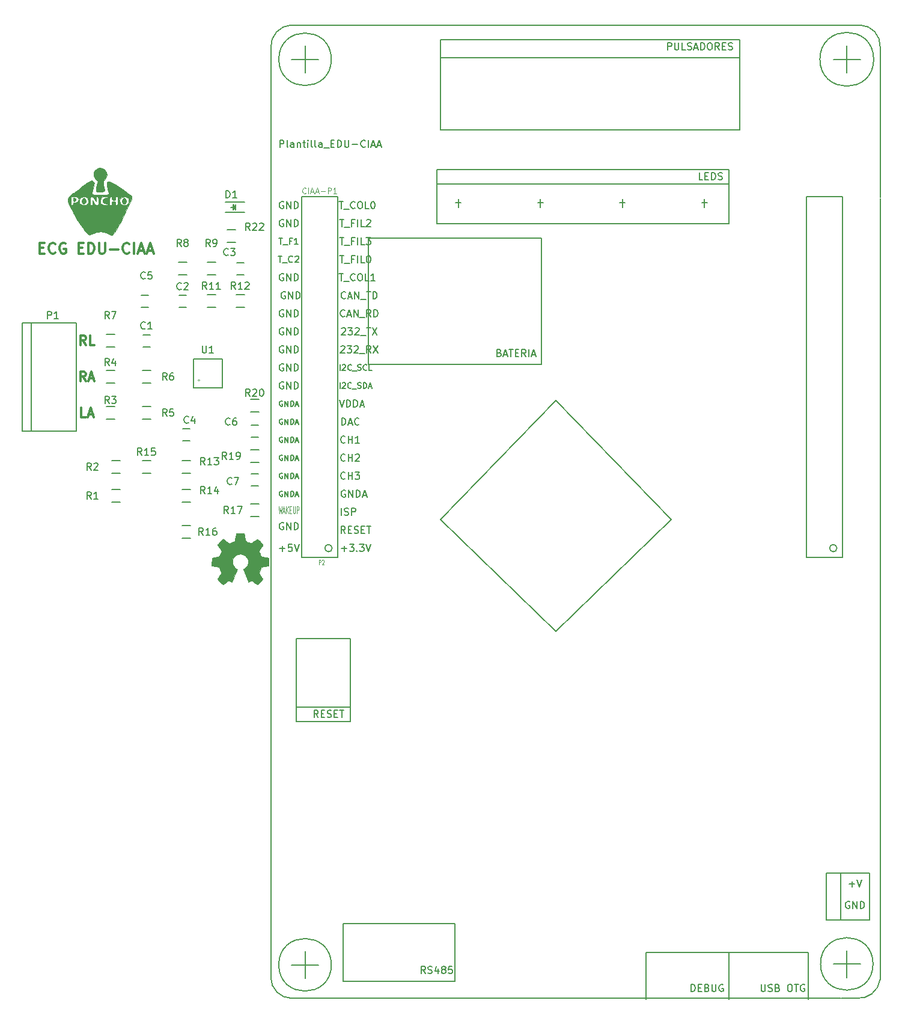
<source format=gbr>
G04 #@! TF.FileFunction,Legend,Top*
%FSLAX46Y46*%
G04 Gerber Fmt 4.6, Leading zero omitted, Abs format (unit mm)*
G04 Created by KiCad (PCBNEW 4.0.3+e1-6302~38~ubuntu16.04.1-stable) date Mon Aug 22 19:35:40 2016*
%MOMM*%
%LPD*%
G01*
G04 APERTURE LIST*
%ADD10C,0.100000*%
%ADD11C,0.300000*%
%ADD12C,0.150000*%
%ADD13C,0.002540*%
%ADD14C,0.203200*%
%ADD15C,0.200000*%
%ADD16C,0.114300*%
%ADD17C,0.180000*%
%ADD18C,0.190000*%
%ADD19C,0.125000*%
%ADD20C,0.120000*%
G04 APERTURE END LIST*
D10*
D11*
X130755429Y-58058857D02*
X131255429Y-58058857D01*
X131469715Y-58844571D02*
X130755429Y-58844571D01*
X130755429Y-57344571D01*
X131469715Y-57344571D01*
X132969715Y-58701714D02*
X132898286Y-58773143D01*
X132684000Y-58844571D01*
X132541143Y-58844571D01*
X132326858Y-58773143D01*
X132184000Y-58630286D01*
X132112572Y-58487429D01*
X132041143Y-58201714D01*
X132041143Y-57987429D01*
X132112572Y-57701714D01*
X132184000Y-57558857D01*
X132326858Y-57416000D01*
X132541143Y-57344571D01*
X132684000Y-57344571D01*
X132898286Y-57416000D01*
X132969715Y-57487429D01*
X134398286Y-57416000D02*
X134255429Y-57344571D01*
X134041143Y-57344571D01*
X133826858Y-57416000D01*
X133684000Y-57558857D01*
X133612572Y-57701714D01*
X133541143Y-57987429D01*
X133541143Y-58201714D01*
X133612572Y-58487429D01*
X133684000Y-58630286D01*
X133826858Y-58773143D01*
X134041143Y-58844571D01*
X134184000Y-58844571D01*
X134398286Y-58773143D01*
X134469715Y-58701714D01*
X134469715Y-58201714D01*
X134184000Y-58201714D01*
X136255429Y-58058857D02*
X136755429Y-58058857D01*
X136969715Y-58844571D02*
X136255429Y-58844571D01*
X136255429Y-57344571D01*
X136969715Y-57344571D01*
X137612572Y-58844571D02*
X137612572Y-57344571D01*
X137969715Y-57344571D01*
X138184000Y-57416000D01*
X138326858Y-57558857D01*
X138398286Y-57701714D01*
X138469715Y-57987429D01*
X138469715Y-58201714D01*
X138398286Y-58487429D01*
X138326858Y-58630286D01*
X138184000Y-58773143D01*
X137969715Y-58844571D01*
X137612572Y-58844571D01*
X139112572Y-57344571D02*
X139112572Y-58558857D01*
X139184000Y-58701714D01*
X139255429Y-58773143D01*
X139398286Y-58844571D01*
X139684000Y-58844571D01*
X139826858Y-58773143D01*
X139898286Y-58701714D01*
X139969715Y-58558857D01*
X139969715Y-57344571D01*
X140684001Y-58273143D02*
X141826858Y-58273143D01*
X143398287Y-58701714D02*
X143326858Y-58773143D01*
X143112572Y-58844571D01*
X142969715Y-58844571D01*
X142755430Y-58773143D01*
X142612572Y-58630286D01*
X142541144Y-58487429D01*
X142469715Y-58201714D01*
X142469715Y-57987429D01*
X142541144Y-57701714D01*
X142612572Y-57558857D01*
X142755430Y-57416000D01*
X142969715Y-57344571D01*
X143112572Y-57344571D01*
X143326858Y-57416000D01*
X143398287Y-57487429D01*
X144041144Y-58844571D02*
X144041144Y-57344571D01*
X144684001Y-58416000D02*
X145398287Y-58416000D01*
X144541144Y-58844571D02*
X145041144Y-57344571D01*
X145541144Y-58844571D01*
X145969715Y-58416000D02*
X146684001Y-58416000D01*
X145826858Y-58844571D02*
X146326858Y-57344571D01*
X146826858Y-58844571D01*
X137259238Y-81868095D02*
X136640191Y-81868095D01*
X136640191Y-80568095D01*
X137630667Y-81496667D02*
X138249715Y-81496667D01*
X137506858Y-81868095D02*
X137940191Y-80568095D01*
X138373524Y-81868095D01*
X137259238Y-76788095D02*
X136825905Y-76169048D01*
X136516381Y-76788095D02*
X136516381Y-75488095D01*
X137011619Y-75488095D01*
X137135428Y-75550000D01*
X137197333Y-75611905D01*
X137259238Y-75735714D01*
X137259238Y-75921429D01*
X137197333Y-76045238D01*
X137135428Y-76107143D01*
X137011619Y-76169048D01*
X136516381Y-76169048D01*
X137754476Y-76416667D02*
X138373524Y-76416667D01*
X137630667Y-76788095D02*
X138064000Y-75488095D01*
X138497333Y-76788095D01*
X137290191Y-71708095D02*
X136856858Y-71089048D01*
X136547334Y-71708095D02*
X136547334Y-70408095D01*
X137042572Y-70408095D01*
X137166381Y-70470000D01*
X137228286Y-70531905D01*
X137290191Y-70655714D01*
X137290191Y-70841429D01*
X137228286Y-70965238D01*
X137166381Y-71027143D01*
X137042572Y-71089048D01*
X136547334Y-71089048D01*
X138466381Y-71708095D02*
X137847334Y-71708095D01*
X137847334Y-70408095D01*
D12*
X151476000Y-61835000D02*
X150276000Y-61835000D01*
X150276000Y-60085000D02*
X151476000Y-60085000D01*
D10*
X153289000Y-76708000D02*
G75*
G03X153289000Y-76708000I-127000J0D01*
G01*
D12*
X152400000Y-77724000D02*
X152400000Y-73660000D01*
X152400000Y-73660000D02*
X156464000Y-73660000D01*
X156464000Y-73660000D02*
X156464000Y-77724000D01*
X156464000Y-77724000D02*
X152400000Y-77724000D01*
X243078000Y-100330000D02*
G75*
G03X243078000Y-100330000I-508000J0D01*
G01*
X201549000Y-51689000D02*
X201676000Y-51689000D01*
X201295000Y-51689000D02*
X201549000Y-51689000D01*
X201295000Y-51689000D02*
X200914000Y-51689000D01*
X201295000Y-51689000D02*
X201295000Y-51181000D01*
X201295000Y-51689000D02*
X201295000Y-52324000D01*
X224409000Y-52197000D02*
X224409000Y-52324000D01*
X224409000Y-51689000D02*
X224790000Y-51689000D01*
X224409000Y-51689000D02*
X224028000Y-51689000D01*
X224409000Y-51689000D02*
X224409000Y-51181000D01*
X224409000Y-51689000D02*
X224409000Y-52197000D01*
X213106000Y-51689000D02*
X213233000Y-51689000D01*
X212852000Y-51689000D02*
X213106000Y-51689000D01*
X212852000Y-51689000D02*
X212471000Y-51689000D01*
X212852000Y-51689000D02*
X212852000Y-51181000D01*
X212852000Y-51689000D02*
X212852000Y-52324000D01*
X189738000Y-51689000D02*
X190119000Y-51689000D01*
X189738000Y-51689000D02*
X189357000Y-51689000D01*
X189738000Y-51689000D02*
X189738000Y-51181000D01*
X189738000Y-51689000D02*
X189738000Y-52324000D01*
X244475000Y-31496000D02*
X246380000Y-31496000D01*
X244475000Y-31496000D02*
X242570000Y-31496000D01*
X244475000Y-31496000D02*
X244475000Y-29591000D01*
X244475000Y-31496000D02*
X244475000Y-33401000D01*
X248263774Y-31496000D02*
G75*
G03X248263774Y-31496000I-3788774J0D01*
G01*
X171846296Y-31496000D02*
G75*
G03X171846296Y-31496000I-3698296J0D01*
G01*
X168148000Y-31496000D02*
X166243000Y-31496000D01*
X168148000Y-31496000D02*
X170053000Y-31496000D01*
X168148000Y-31496000D02*
X168148000Y-29591000D01*
X168148000Y-31496000D02*
X168148000Y-33401000D01*
X168148000Y-159004000D02*
X170053000Y-159004000D01*
X168148000Y-159004000D02*
X166243000Y-159004000D01*
X168148000Y-159004000D02*
X168148000Y-157099000D01*
X168148000Y-159004000D02*
X168148000Y-160909000D01*
X171850654Y-159004000D02*
G75*
G03X171850654Y-159004000I-3702654J0D01*
G01*
X248173296Y-158877000D02*
G75*
G03X248173296Y-158877000I-3698296J0D01*
G01*
X244475000Y-158877000D02*
X246380000Y-158877000D01*
X244475000Y-158877000D02*
X242570000Y-158877000D01*
X244475000Y-158877000D02*
X244475000Y-156972000D01*
X244475000Y-158877000D02*
X244475000Y-160782000D01*
X171958000Y-100330000D02*
G75*
G03X171958000Y-100330000I-508000J0D01*
G01*
X243586000Y-146050000D02*
X241554000Y-146050000D01*
X241554000Y-146050000D02*
X241554000Y-152654000D01*
X241554000Y-152654000D02*
X243586000Y-152654000D01*
X247650000Y-146050000D02*
X243586000Y-146050000D01*
X243586000Y-146050000D02*
X243586000Y-152654000D01*
X243586000Y-152654000D02*
X247650000Y-152654000D01*
X247650000Y-152654000D02*
X247650000Y-146050000D01*
X227838000Y-157226000D02*
X227838000Y-163830000D01*
X216154000Y-163322000D02*
X216154000Y-163830000D01*
X239014000Y-157226000D02*
X239014000Y-163322000D01*
X239014000Y-163322000D02*
X239014000Y-163830000D01*
X216154000Y-163322000D02*
X216154000Y-157226000D01*
X216154000Y-157226000D02*
X230886000Y-157226000D01*
X239014000Y-157226000D02*
X230886000Y-157226000D01*
X189230000Y-153162000D02*
X173482000Y-153162000D01*
X173482000Y-153162000D02*
X173482000Y-161290000D01*
X173482000Y-161290000D02*
X189230000Y-161290000D01*
X189230000Y-161290000D02*
X189230000Y-153162000D01*
X203454000Y-79502000D02*
X219710000Y-96266000D01*
X219710000Y-96266000D02*
X203454000Y-112014000D01*
X203454000Y-112014000D02*
X187198000Y-96266000D01*
X187198000Y-96266000D02*
X203454000Y-79502000D01*
X229362000Y-28702000D02*
X229362000Y-31242000D01*
X229362000Y-28702000D02*
X187198000Y-28702000D01*
X187198000Y-28702000D02*
X187198000Y-31242000D01*
X229362000Y-31242000D02*
X187198000Y-31242000D01*
X227838000Y-46990000D02*
X227838000Y-49022000D01*
X227838000Y-46990000D02*
X186690000Y-46990000D01*
X186690000Y-46990000D02*
X186690000Y-49022000D01*
X166878000Y-122682000D02*
X174498000Y-122682000D01*
X174498000Y-113030000D02*
X166878000Y-113030000D01*
X166878000Y-113030000D02*
X166878000Y-124714000D01*
X166878000Y-124714000D02*
X174498000Y-124714000D01*
X174498000Y-124714000D02*
X174498000Y-113030000D01*
X201422000Y-56642000D02*
X177038000Y-56642000D01*
X177038000Y-56642000D02*
X177038000Y-74422000D01*
X177038000Y-74422000D02*
X201422000Y-74422000D01*
X201422000Y-74422000D02*
X201422000Y-56642000D01*
X227838000Y-49022000D02*
X186690000Y-49022000D01*
X186690000Y-49022000D02*
X186690000Y-54610000D01*
X186690000Y-54610000D02*
X227838000Y-54610000D01*
X227838000Y-54610000D02*
X227838000Y-49022000D01*
X187198000Y-30734000D02*
X187198000Y-41402000D01*
X187198000Y-41402000D02*
X229362000Y-41402000D01*
X229362000Y-41402000D02*
X229362000Y-30734000D01*
X249174000Y-51054000D02*
X249174000Y-101600000D01*
X249174000Y-29718000D02*
G75*
G03X246380000Y-26670000I-2921000J127000D01*
G01*
X166243000Y-26670000D02*
G75*
G03X163322000Y-29845000I127000J-3048000D01*
G01*
X163322000Y-160782000D02*
G75*
G03X166243000Y-163703000I2921000J0D01*
G01*
X249174000Y-161036000D02*
X249174000Y-157099000D01*
X243713000Y-163703000D02*
X245745000Y-163703000D01*
X245745000Y-163703000D02*
G75*
G03X249174000Y-161036000I381000J3048000D01*
G01*
X165989000Y-163703000D02*
X166624000Y-163703000D01*
X163322000Y-160909000D02*
X163322000Y-161036000D01*
X163322000Y-161036000D02*
X163322000Y-160782000D01*
X167513000Y-163703000D02*
X166624000Y-163703000D01*
X171450000Y-163703000D02*
X167513000Y-163703000D01*
X163322000Y-158623000D02*
X163322000Y-160909000D01*
X171450000Y-163703000D02*
X180086000Y-163703000D01*
X180086000Y-163703000D02*
X243586000Y-163703000D01*
X249174000Y-101600000D02*
X249174000Y-157099000D01*
X163322000Y-101600000D02*
X163322000Y-110490000D01*
X163322000Y-110490000D02*
X163322000Y-127762000D01*
X163322000Y-127762000D02*
X163322000Y-148590000D01*
X163322000Y-148590000D02*
X163322000Y-155829000D01*
X163322000Y-155829000D02*
X163322000Y-158623000D01*
X249174000Y-29718000D02*
X249174000Y-30226000D01*
X245872000Y-26670000D02*
X246380000Y-26670000D01*
X244475000Y-26670000D02*
X245872000Y-26670000D01*
X249174000Y-33274000D02*
X249174000Y-30226000D01*
X168148000Y-26670000D02*
X166243000Y-26670000D01*
X163322000Y-33528000D02*
X163322000Y-29845000D01*
X163322000Y-50927000D02*
X163322000Y-33528000D01*
X249174000Y-50927000D02*
X249174000Y-33274000D01*
X168148000Y-26670000D02*
X244475000Y-26670000D01*
X163322000Y-100330000D02*
X163322000Y-101600000D01*
X163322000Y-100330000D02*
X163322000Y-50800000D01*
X243840000Y-100330000D02*
X243840000Y-101600000D01*
X243840000Y-101600000D02*
X238760000Y-101600000D01*
X238760000Y-101600000D02*
X238760000Y-50800000D01*
X238760000Y-50800000D02*
X243840000Y-50800000D01*
X243840000Y-50800000D02*
X243840000Y-100330000D01*
X172720000Y-50800000D02*
X172720000Y-101600000D01*
X167640000Y-50800000D02*
X167640000Y-101600000D01*
X167640000Y-50800000D02*
X172720000Y-50800000D01*
X167640000Y-101600000D02*
X172720000Y-101600000D01*
X146296000Y-70270000D02*
X145296000Y-70270000D01*
X145296000Y-71970000D02*
X146296000Y-71970000D01*
X151376000Y-64682000D02*
X150376000Y-64682000D01*
X150376000Y-66382000D02*
X151376000Y-66382000D01*
X159504000Y-60110000D02*
X158504000Y-60110000D01*
X158504000Y-61810000D02*
X159504000Y-61810000D01*
X150884000Y-85178000D02*
X151884000Y-85178000D01*
X151884000Y-83478000D02*
X150884000Y-83478000D01*
X145042000Y-66382000D02*
X146042000Y-66382000D01*
X146042000Y-64682000D02*
X145042000Y-64682000D01*
X161536000Y-82970000D02*
X160536000Y-82970000D01*
X160536000Y-84670000D02*
X161536000Y-84670000D01*
X161536000Y-89828000D02*
X160536000Y-89828000D01*
X160536000Y-91528000D02*
X161536000Y-91528000D01*
X159588000Y-51574000D02*
X156888000Y-51574000D01*
X159588000Y-53074000D02*
X156888000Y-53074000D01*
X158088000Y-52174000D02*
X158088000Y-52424000D01*
X158088000Y-52424000D02*
X158238000Y-52274000D01*
X158338000Y-52674000D02*
X158338000Y-51974000D01*
X157988000Y-52324000D02*
X157638000Y-52324000D01*
X158338000Y-52324000D02*
X157988000Y-52674000D01*
X157988000Y-52674000D02*
X157988000Y-51974000D01*
X157988000Y-51974000D02*
X158338000Y-52324000D01*
X172720000Y-50800000D02*
X172720000Y-101600000D01*
X167640000Y-50800000D02*
X167640000Y-101600000D01*
X167640000Y-50800000D02*
X172720000Y-50800000D01*
X167640000Y-101600000D02*
X172720000Y-101600000D01*
X142078000Y-93839000D02*
X140878000Y-93839000D01*
X140878000Y-92089000D02*
X142078000Y-92089000D01*
X140878000Y-88025000D02*
X142078000Y-88025000D01*
X142078000Y-89775000D02*
X140878000Y-89775000D01*
X141316000Y-82155000D02*
X140116000Y-82155000D01*
X140116000Y-80405000D02*
X141316000Y-80405000D01*
X141316000Y-77075000D02*
X140116000Y-77075000D01*
X140116000Y-75325000D02*
X141316000Y-75325000D01*
X145196000Y-80405000D02*
X146396000Y-80405000D01*
X146396000Y-82155000D02*
X145196000Y-82155000D01*
X145196000Y-75325000D02*
X146396000Y-75325000D01*
X146396000Y-77075000D02*
X145196000Y-77075000D01*
X140116000Y-70245000D02*
X141316000Y-70245000D01*
X141316000Y-71995000D02*
X140116000Y-71995000D01*
X154340000Y-60085000D02*
X155540000Y-60085000D01*
X155540000Y-61835000D02*
X154340000Y-61835000D01*
X155540000Y-66407000D02*
X154340000Y-66407000D01*
X154340000Y-64657000D02*
X155540000Y-64657000D01*
X159604000Y-66407000D02*
X158404000Y-66407000D01*
X158404000Y-64657000D02*
X159604000Y-64657000D01*
X151984000Y-89775000D02*
X150784000Y-89775000D01*
X150784000Y-88025000D02*
X151984000Y-88025000D01*
X151984000Y-93839000D02*
X150784000Y-93839000D01*
X150784000Y-92089000D02*
X151984000Y-92089000D01*
X146396000Y-89775000D02*
X145196000Y-89775000D01*
X145196000Y-88025000D02*
X146396000Y-88025000D01*
X151984000Y-98919000D02*
X150784000Y-98919000D01*
X150784000Y-97169000D02*
X151984000Y-97169000D01*
X161636000Y-95871000D02*
X160436000Y-95871000D01*
X160436000Y-94121000D02*
X161636000Y-94121000D01*
X160436000Y-86501000D02*
X161636000Y-86501000D01*
X161636000Y-88251000D02*
X160436000Y-88251000D01*
X160436000Y-79389000D02*
X161636000Y-79389000D01*
X161636000Y-81139000D02*
X160436000Y-81139000D01*
X158334000Y-57263000D02*
X157134000Y-57263000D01*
X157134000Y-55513000D02*
X158334000Y-55513000D01*
X128270000Y-68580000D02*
X135890000Y-68580000D01*
X128270000Y-83820000D02*
X135890000Y-83820000D01*
X129540000Y-68580000D02*
X129540000Y-83820000D01*
X135890000Y-68580000D02*
X135890000Y-83820000D01*
X128270000Y-68580000D02*
X128270000Y-83820000D01*
D10*
G36*
X143727714Y-50934979D02*
X143690746Y-51141891D01*
X143597012Y-51426800D01*
X143472272Y-51724897D01*
X143342281Y-51971374D01*
X143315376Y-52009413D01*
X143315376Y-51438299D01*
X143250326Y-51125062D01*
X143061112Y-50917622D01*
X142756639Y-50824329D01*
X142655636Y-50819792D01*
X142321516Y-50880777D01*
X142100248Y-51058165D01*
X142000734Y-51343608D01*
X141995896Y-51438299D01*
X142060946Y-51751536D01*
X142250159Y-51958975D01*
X142554633Y-52052269D01*
X142655636Y-52056805D01*
X142989606Y-51998492D01*
X143150441Y-51891870D01*
X143284315Y-51654030D01*
X143315376Y-51438299D01*
X143315376Y-52009413D01*
X143281856Y-52056805D01*
X143205749Y-52183925D01*
X143087220Y-52423365D01*
X142945792Y-52734585D01*
X142864876Y-52922714D01*
X142613635Y-53491272D01*
X142341718Y-54058808D01*
X142061494Y-54603693D01*
X141785334Y-55104296D01*
X141748493Y-55165955D01*
X141748493Y-51438299D01*
X141744598Y-51122064D01*
X141726834Y-50936516D01*
X141686089Y-50847476D01*
X141613247Y-50820762D01*
X141583558Y-50819792D01*
X141462831Y-50858671D01*
X141420325Y-51003331D01*
X141418623Y-51067195D01*
X141398189Y-51242430D01*
X141301798Y-51307018D01*
X141171220Y-51314598D01*
X140995985Y-51294163D01*
X140931397Y-51197773D01*
X140923818Y-51067195D01*
X140897898Y-50886104D01*
X140801459Y-50822345D01*
X140758883Y-50819792D01*
X140674553Y-50834401D01*
X140625074Y-50901012D01*
X140601330Y-51053807D01*
X140594206Y-51326964D01*
X140593948Y-51438299D01*
X140597843Y-51754533D01*
X140615606Y-51940081D01*
X140656351Y-52029122D01*
X140729193Y-52055835D01*
X140758883Y-52056805D01*
X140872559Y-52024518D01*
X140918426Y-51898472D01*
X140923818Y-51768169D01*
X140937609Y-51574245D01*
X141007564Y-51494706D01*
X141171220Y-51479533D01*
X141337441Y-51495623D01*
X141405617Y-51577237D01*
X141418623Y-51768169D01*
X141437073Y-51967103D01*
X141509099Y-52047370D01*
X141583558Y-52056805D01*
X141667887Y-52042197D01*
X141717367Y-51975586D01*
X141741111Y-51822791D01*
X141748234Y-51549634D01*
X141748493Y-51438299D01*
X141748493Y-55165955D01*
X141525610Y-55538986D01*
X141294692Y-55886132D01*
X141104952Y-56124103D01*
X140973691Y-56229512D01*
X140852102Y-56216002D01*
X140630445Y-56142892D01*
X140355465Y-56025746D01*
X140346545Y-56021546D01*
X140346545Y-51923490D01*
X140302706Y-51830405D01*
X140148623Y-51828159D01*
X140130776Y-51831422D01*
X139909011Y-51805945D01*
X139715128Y-51677310D01*
X139609755Y-51490790D01*
X139604337Y-51438299D01*
X139676303Y-51243398D01*
X139850393Y-51089991D01*
X140063896Y-51025309D01*
X140141632Y-51033645D01*
X140297982Y-51046616D01*
X140346279Y-50964533D01*
X140346545Y-50952434D01*
X140306247Y-50866720D01*
X140162303Y-50826936D01*
X139975441Y-50819792D01*
X139621195Y-50874653D01*
X139390088Y-51038882D01*
X139282717Y-51311956D01*
X139274467Y-51438299D01*
X139336642Y-51750869D01*
X139522769Y-51954787D01*
X139832252Y-52049526D01*
X139975441Y-52056805D01*
X140214962Y-52042515D01*
X140326243Y-51991291D01*
X140346545Y-51923490D01*
X140346545Y-56021546D01*
X140340315Y-56018614D01*
X139784041Y-55818938D01*
X139253238Y-55769886D01*
X139027065Y-55811843D01*
X139027065Y-51438299D01*
X139023169Y-51122064D01*
X139005406Y-50936516D01*
X138964661Y-50847476D01*
X138891819Y-50820762D01*
X138862129Y-50819792D01*
X138756651Y-50845769D01*
X138708125Y-50952106D01*
X138696414Y-51170279D01*
X138695634Y-51520766D01*
X138485571Y-51170279D01*
X138317995Y-50936431D01*
X138162269Y-50832267D01*
X138074014Y-50819792D01*
X137971505Y-50828063D01*
X137911414Y-50876024D01*
X137882429Y-50998397D01*
X137873238Y-51229906D01*
X137872519Y-51438299D01*
X137876415Y-51754533D01*
X137894178Y-51940081D01*
X137934923Y-52029122D01*
X138007765Y-52055835D01*
X138037454Y-52056805D01*
X138142932Y-52030829D01*
X138191459Y-51924492D01*
X138203169Y-51706318D01*
X138203950Y-51355831D01*
X138414012Y-51706318D01*
X138581588Y-51940167D01*
X138737315Y-52044330D01*
X138825570Y-52056805D01*
X138928078Y-52048535D01*
X138988169Y-52000574D01*
X139017154Y-51878200D01*
X139026345Y-51646692D01*
X139027065Y-51438299D01*
X139027065Y-55811843D01*
X138709590Y-55870738D01*
X138408558Y-55982415D01*
X138132534Y-56097832D01*
X137906037Y-56188797D01*
X137790052Y-56231513D01*
X137673124Y-56187399D01*
X137625116Y-56146033D01*
X137625116Y-51438299D01*
X137560066Y-51125062D01*
X137370853Y-50917622D01*
X137066380Y-50824329D01*
X136965376Y-50819792D01*
X136631257Y-50880777D01*
X136409988Y-51058165D01*
X136310475Y-51343608D01*
X136305636Y-51438299D01*
X136370686Y-51751536D01*
X136559900Y-51958975D01*
X136864373Y-52052269D01*
X136965376Y-52056805D01*
X137299347Y-51998492D01*
X137460181Y-51891870D01*
X137594055Y-51654030D01*
X137625116Y-51438299D01*
X137625116Y-56146033D01*
X137474824Y-56016536D01*
X137206180Y-55728799D01*
X137130311Y-55640924D01*
X136822139Y-55269270D01*
X136559799Y-54925429D01*
X136321659Y-54575116D01*
X136223168Y-54411614D01*
X136223168Y-51232130D01*
X136184515Y-51016020D01*
X136051854Y-50886720D01*
X135800131Y-50827961D01*
X135588168Y-50819792D01*
X135151090Y-50819792D01*
X135151090Y-51438299D01*
X135154986Y-51754533D01*
X135172749Y-51940081D01*
X135213494Y-52029122D01*
X135286336Y-52055835D01*
X135316026Y-52056805D01*
X135445361Y-52008485D01*
X135480961Y-51850637D01*
X135504327Y-51708227D01*
X135607269Y-51652232D01*
X135753103Y-51644468D01*
X136031350Y-51596793D01*
X136183932Y-51447235D01*
X136223168Y-51232130D01*
X136223168Y-54411614D01*
X136086084Y-54184046D01*
X135831442Y-53717935D01*
X135536100Y-53142499D01*
X135467195Y-53005182D01*
X135264554Y-52602996D01*
X135084532Y-52250910D01*
X134941373Y-51976385D01*
X134849322Y-51806880D01*
X134825488Y-51768169D01*
X134712287Y-51500262D01*
X134721598Y-51193701D01*
X134799920Y-50999928D01*
X134980246Y-50767761D01*
X135221229Y-50534825D01*
X135462117Y-50356418D01*
X135563428Y-50304986D01*
X135676414Y-50233742D01*
X135881280Y-50080489D01*
X136144796Y-49870692D01*
X136330847Y-49716858D01*
X136713606Y-49410273D01*
X137098040Y-49127849D01*
X137456115Y-48887844D01*
X137759798Y-48708518D01*
X137981055Y-48608129D01*
X138056077Y-48593169D01*
X138199245Y-48650013D01*
X138323204Y-48754915D01*
X138393177Y-48843911D01*
X138423535Y-48940628D01*
X138412852Y-49085694D01*
X138359698Y-49319739D01*
X138294752Y-49564589D01*
X138189923Y-49947459D01*
X138128300Y-50219087D01*
X138129106Y-50398449D01*
X138211564Y-50504520D01*
X138394895Y-50556274D01*
X138698322Y-50572686D01*
X139141068Y-50572733D01*
X139315701Y-50572390D01*
X139808616Y-50568848D01*
X140155601Y-50557121D01*
X140375529Y-50535554D01*
X140487275Y-50502495D01*
X140511480Y-50467648D01*
X140490521Y-50341660D01*
X140435133Y-50104674D01*
X140356548Y-49804181D01*
X140342407Y-49752787D01*
X140235088Y-49306153D01*
X140200894Y-48992369D01*
X140240676Y-48796028D01*
X140355285Y-48701721D01*
X140400992Y-48691488D01*
X140612553Y-48722090D01*
X140931874Y-48850811D01*
X141341801Y-49068071D01*
X141825175Y-49364287D01*
X142364841Y-49729878D01*
X142717487Y-49985187D01*
X143121546Y-50289697D01*
X143406754Y-50518510D01*
X143590878Y-50688333D01*
X143691689Y-50815872D01*
X143726955Y-50917833D01*
X143727714Y-50934979D01*
X143727714Y-50934979D01*
X143727714Y-50934979D01*
G37*
X143727714Y-50934979D02*
X143690746Y-51141891D01*
X143597012Y-51426800D01*
X143472272Y-51724897D01*
X143342281Y-51971374D01*
X143315376Y-52009413D01*
X143315376Y-51438299D01*
X143250326Y-51125062D01*
X143061112Y-50917622D01*
X142756639Y-50824329D01*
X142655636Y-50819792D01*
X142321516Y-50880777D01*
X142100248Y-51058165D01*
X142000734Y-51343608D01*
X141995896Y-51438299D01*
X142060946Y-51751536D01*
X142250159Y-51958975D01*
X142554633Y-52052269D01*
X142655636Y-52056805D01*
X142989606Y-51998492D01*
X143150441Y-51891870D01*
X143284315Y-51654030D01*
X143315376Y-51438299D01*
X143315376Y-52009413D01*
X143281856Y-52056805D01*
X143205749Y-52183925D01*
X143087220Y-52423365D01*
X142945792Y-52734585D01*
X142864876Y-52922714D01*
X142613635Y-53491272D01*
X142341718Y-54058808D01*
X142061494Y-54603693D01*
X141785334Y-55104296D01*
X141748493Y-55165955D01*
X141748493Y-51438299D01*
X141744598Y-51122064D01*
X141726834Y-50936516D01*
X141686089Y-50847476D01*
X141613247Y-50820762D01*
X141583558Y-50819792D01*
X141462831Y-50858671D01*
X141420325Y-51003331D01*
X141418623Y-51067195D01*
X141398189Y-51242430D01*
X141301798Y-51307018D01*
X141171220Y-51314598D01*
X140995985Y-51294163D01*
X140931397Y-51197773D01*
X140923818Y-51067195D01*
X140897898Y-50886104D01*
X140801459Y-50822345D01*
X140758883Y-50819792D01*
X140674553Y-50834401D01*
X140625074Y-50901012D01*
X140601330Y-51053807D01*
X140594206Y-51326964D01*
X140593948Y-51438299D01*
X140597843Y-51754533D01*
X140615606Y-51940081D01*
X140656351Y-52029122D01*
X140729193Y-52055835D01*
X140758883Y-52056805D01*
X140872559Y-52024518D01*
X140918426Y-51898472D01*
X140923818Y-51768169D01*
X140937609Y-51574245D01*
X141007564Y-51494706D01*
X141171220Y-51479533D01*
X141337441Y-51495623D01*
X141405617Y-51577237D01*
X141418623Y-51768169D01*
X141437073Y-51967103D01*
X141509099Y-52047370D01*
X141583558Y-52056805D01*
X141667887Y-52042197D01*
X141717367Y-51975586D01*
X141741111Y-51822791D01*
X141748234Y-51549634D01*
X141748493Y-51438299D01*
X141748493Y-55165955D01*
X141525610Y-55538986D01*
X141294692Y-55886132D01*
X141104952Y-56124103D01*
X140973691Y-56229512D01*
X140852102Y-56216002D01*
X140630445Y-56142892D01*
X140355465Y-56025746D01*
X140346545Y-56021546D01*
X140346545Y-51923490D01*
X140302706Y-51830405D01*
X140148623Y-51828159D01*
X140130776Y-51831422D01*
X139909011Y-51805945D01*
X139715128Y-51677310D01*
X139609755Y-51490790D01*
X139604337Y-51438299D01*
X139676303Y-51243398D01*
X139850393Y-51089991D01*
X140063896Y-51025309D01*
X140141632Y-51033645D01*
X140297982Y-51046616D01*
X140346279Y-50964533D01*
X140346545Y-50952434D01*
X140306247Y-50866720D01*
X140162303Y-50826936D01*
X139975441Y-50819792D01*
X139621195Y-50874653D01*
X139390088Y-51038882D01*
X139282717Y-51311956D01*
X139274467Y-51438299D01*
X139336642Y-51750869D01*
X139522769Y-51954787D01*
X139832252Y-52049526D01*
X139975441Y-52056805D01*
X140214962Y-52042515D01*
X140326243Y-51991291D01*
X140346545Y-51923490D01*
X140346545Y-56021546D01*
X140340315Y-56018614D01*
X139784041Y-55818938D01*
X139253238Y-55769886D01*
X139027065Y-55811843D01*
X139027065Y-51438299D01*
X139023169Y-51122064D01*
X139005406Y-50936516D01*
X138964661Y-50847476D01*
X138891819Y-50820762D01*
X138862129Y-50819792D01*
X138756651Y-50845769D01*
X138708125Y-50952106D01*
X138696414Y-51170279D01*
X138695634Y-51520766D01*
X138485571Y-51170279D01*
X138317995Y-50936431D01*
X138162269Y-50832267D01*
X138074014Y-50819792D01*
X137971505Y-50828063D01*
X137911414Y-50876024D01*
X137882429Y-50998397D01*
X137873238Y-51229906D01*
X137872519Y-51438299D01*
X137876415Y-51754533D01*
X137894178Y-51940081D01*
X137934923Y-52029122D01*
X138007765Y-52055835D01*
X138037454Y-52056805D01*
X138142932Y-52030829D01*
X138191459Y-51924492D01*
X138203169Y-51706318D01*
X138203950Y-51355831D01*
X138414012Y-51706318D01*
X138581588Y-51940167D01*
X138737315Y-52044330D01*
X138825570Y-52056805D01*
X138928078Y-52048535D01*
X138988169Y-52000574D01*
X139017154Y-51878200D01*
X139026345Y-51646692D01*
X139027065Y-51438299D01*
X139027065Y-55811843D01*
X138709590Y-55870738D01*
X138408558Y-55982415D01*
X138132534Y-56097832D01*
X137906037Y-56188797D01*
X137790052Y-56231513D01*
X137673124Y-56187399D01*
X137625116Y-56146033D01*
X137625116Y-51438299D01*
X137560066Y-51125062D01*
X137370853Y-50917622D01*
X137066380Y-50824329D01*
X136965376Y-50819792D01*
X136631257Y-50880777D01*
X136409988Y-51058165D01*
X136310475Y-51343608D01*
X136305636Y-51438299D01*
X136370686Y-51751536D01*
X136559900Y-51958975D01*
X136864373Y-52052269D01*
X136965376Y-52056805D01*
X137299347Y-51998492D01*
X137460181Y-51891870D01*
X137594055Y-51654030D01*
X137625116Y-51438299D01*
X137625116Y-56146033D01*
X137474824Y-56016536D01*
X137206180Y-55728799D01*
X137130311Y-55640924D01*
X136822139Y-55269270D01*
X136559799Y-54925429D01*
X136321659Y-54575116D01*
X136223168Y-54411614D01*
X136223168Y-51232130D01*
X136184515Y-51016020D01*
X136051854Y-50886720D01*
X135800131Y-50827961D01*
X135588168Y-50819792D01*
X135151090Y-50819792D01*
X135151090Y-51438299D01*
X135154986Y-51754533D01*
X135172749Y-51940081D01*
X135213494Y-52029122D01*
X135286336Y-52055835D01*
X135316026Y-52056805D01*
X135445361Y-52008485D01*
X135480961Y-51850637D01*
X135504327Y-51708227D01*
X135607269Y-51652232D01*
X135753103Y-51644468D01*
X136031350Y-51596793D01*
X136183932Y-51447235D01*
X136223168Y-51232130D01*
X136223168Y-54411614D01*
X136086084Y-54184046D01*
X135831442Y-53717935D01*
X135536100Y-53142499D01*
X135467195Y-53005182D01*
X135264554Y-52602996D01*
X135084532Y-52250910D01*
X134941373Y-51976385D01*
X134849322Y-51806880D01*
X134825488Y-51768169D01*
X134712287Y-51500262D01*
X134721598Y-51193701D01*
X134799920Y-50999928D01*
X134980246Y-50767761D01*
X135221229Y-50534825D01*
X135462117Y-50356418D01*
X135563428Y-50304986D01*
X135676414Y-50233742D01*
X135881280Y-50080489D01*
X136144796Y-49870692D01*
X136330847Y-49716858D01*
X136713606Y-49410273D01*
X137098040Y-49127849D01*
X137456115Y-48887844D01*
X137759798Y-48708518D01*
X137981055Y-48608129D01*
X138056077Y-48593169D01*
X138199245Y-48650013D01*
X138323204Y-48754915D01*
X138393177Y-48843911D01*
X138423535Y-48940628D01*
X138412852Y-49085694D01*
X138359698Y-49319739D01*
X138294752Y-49564589D01*
X138189923Y-49947459D01*
X138128300Y-50219087D01*
X138129106Y-50398449D01*
X138211564Y-50504520D01*
X138394895Y-50556274D01*
X138698322Y-50572686D01*
X139141068Y-50572733D01*
X139315701Y-50572390D01*
X139808616Y-50568848D01*
X140155601Y-50557121D01*
X140375529Y-50535554D01*
X140487275Y-50502495D01*
X140511480Y-50467648D01*
X140490521Y-50341660D01*
X140435133Y-50104674D01*
X140356548Y-49804181D01*
X140342407Y-49752787D01*
X140235088Y-49306153D01*
X140200894Y-48992369D01*
X140240676Y-48796028D01*
X140355285Y-48701721D01*
X140400992Y-48691488D01*
X140612553Y-48722090D01*
X140931874Y-48850811D01*
X141341801Y-49068071D01*
X141825175Y-49364287D01*
X142364841Y-49729878D01*
X142717487Y-49985187D01*
X143121546Y-50289697D01*
X143406754Y-50518510D01*
X143590878Y-50688333D01*
X143691689Y-50815872D01*
X143726955Y-50917833D01*
X143727714Y-50934979D01*
X143727714Y-50934979D01*
G36*
X140215542Y-47825681D02*
X140087402Y-48172555D01*
X139871417Y-48449770D01*
X139755302Y-48579644D01*
X139700034Y-48692302D01*
X139698066Y-48841019D01*
X139741854Y-49079070D01*
X139766294Y-49191978D01*
X139850312Y-49588812D01*
X139888110Y-49852578D01*
X139867383Y-50011618D01*
X139775822Y-50094277D01*
X139601122Y-50128896D01*
X139353440Y-50142813D01*
X139068450Y-50146805D01*
X138852118Y-50133737D01*
X138755550Y-50108451D01*
X138701692Y-49943732D01*
X138725559Y-49638316D01*
X138826776Y-49196778D01*
X138831985Y-49177942D01*
X138966775Y-48693128D01*
X138703192Y-48457596D01*
X138477647Y-48159415D01*
X138383576Y-47815176D01*
X138416480Y-47465477D01*
X138571862Y-47150915D01*
X138845223Y-46912085D01*
X138876290Y-46895262D01*
X139225719Y-46798095D01*
X139572075Y-46846270D01*
X139879140Y-47023559D01*
X140110691Y-47313735D01*
X140181692Y-47480105D01*
X140215542Y-47825681D01*
X140215542Y-47825681D01*
X140215542Y-47825681D01*
G37*
X140215542Y-47825681D02*
X140087402Y-48172555D01*
X139871417Y-48449770D01*
X139755302Y-48579644D01*
X139700034Y-48692302D01*
X139698066Y-48841019D01*
X139741854Y-49079070D01*
X139766294Y-49191978D01*
X139850312Y-49588812D01*
X139888110Y-49852578D01*
X139867383Y-50011618D01*
X139775822Y-50094277D01*
X139601122Y-50128896D01*
X139353440Y-50142813D01*
X139068450Y-50146805D01*
X138852118Y-50133737D01*
X138755550Y-50108451D01*
X138701692Y-49943732D01*
X138725559Y-49638316D01*
X138826776Y-49196778D01*
X138831985Y-49177942D01*
X138966775Y-48693128D01*
X138703192Y-48457596D01*
X138477647Y-48159415D01*
X138383576Y-47815176D01*
X138416480Y-47465477D01*
X138571862Y-47150915D01*
X138845223Y-46912085D01*
X138876290Y-46895262D01*
X139225719Y-46798095D01*
X139572075Y-46846270D01*
X139879140Y-47023559D01*
X140110691Y-47313735D01*
X140181692Y-47480105D01*
X140215542Y-47825681D01*
X140215542Y-47825681D01*
G36*
X135871921Y-51240422D02*
X135810831Y-51355831D01*
X135654394Y-51474559D01*
X135535056Y-51439350D01*
X135481586Y-51260993D01*
X135480961Y-51232130D01*
X135525119Y-51038179D01*
X135638417Y-50986150D01*
X135792085Y-51086830D01*
X135810831Y-51108429D01*
X135871921Y-51240422D01*
X135871921Y-51240422D01*
X135871921Y-51240422D01*
G37*
X135871921Y-51240422D02*
X135810831Y-51355831D01*
X135654394Y-51474559D01*
X135535056Y-51439350D01*
X135481586Y-51260993D01*
X135480961Y-51232130D01*
X135525119Y-51038179D01*
X135638417Y-50986150D01*
X135792085Y-51086830D01*
X135810831Y-51108429D01*
X135871921Y-51240422D01*
X135871921Y-51240422D01*
G36*
X137280176Y-51415300D02*
X137256806Y-51555268D01*
X137185355Y-51676199D01*
X137063495Y-51827484D01*
X136966528Y-51891848D01*
X136965376Y-51891870D01*
X136869357Y-51829542D01*
X136747448Y-51679317D01*
X136745397Y-51676199D01*
X136654594Y-51505160D01*
X136665440Y-51364983D01*
X136726042Y-51243244D01*
X136848518Y-51088105D01*
X136965376Y-51025961D01*
X137085963Y-51091490D01*
X137204711Y-51243244D01*
X137280176Y-51415300D01*
X137280176Y-51415300D01*
X137280176Y-51415300D01*
G37*
X137280176Y-51415300D02*
X137256806Y-51555268D01*
X137185355Y-51676199D01*
X137063495Y-51827484D01*
X136966528Y-51891848D01*
X136965376Y-51891870D01*
X136869357Y-51829542D01*
X136747448Y-51679317D01*
X136745397Y-51676199D01*
X136654594Y-51505160D01*
X136665440Y-51364983D01*
X136726042Y-51243244D01*
X136848518Y-51088105D01*
X136965376Y-51025961D01*
X137085963Y-51091490D01*
X137204711Y-51243244D01*
X137280176Y-51415300D01*
X137280176Y-51415300D01*
G36*
X142970435Y-51415300D02*
X142947065Y-51555268D01*
X142875615Y-51676199D01*
X142753755Y-51827484D01*
X142656788Y-51891848D01*
X142655636Y-51891870D01*
X142559616Y-51829542D01*
X142437708Y-51679317D01*
X142435657Y-51676199D01*
X142344854Y-51505160D01*
X142355699Y-51364983D01*
X142416301Y-51243244D01*
X142538778Y-51088105D01*
X142655636Y-51025961D01*
X142776223Y-51091490D01*
X142894971Y-51243244D01*
X142970435Y-51415300D01*
X142970435Y-51415300D01*
X142970435Y-51415300D01*
G37*
X142970435Y-51415300D02*
X142947065Y-51555268D01*
X142875615Y-51676199D01*
X142753755Y-51827484D01*
X142656788Y-51891848D01*
X142655636Y-51891870D01*
X142559616Y-51829542D01*
X142437708Y-51679317D01*
X142435657Y-51676199D01*
X142344854Y-51505160D01*
X142355699Y-51364983D01*
X142416301Y-51243244D01*
X142538778Y-51088105D01*
X142655636Y-51025961D01*
X142776223Y-51091490D01*
X142894971Y-51243244D01*
X142970435Y-51415300D01*
X142970435Y-51415300D01*
D13*
G36*
X156580840Y-105445560D02*
X156621480Y-105425240D01*
X156715460Y-105366820D01*
X156850080Y-105277920D01*
X157007560Y-105173780D01*
X157165040Y-105064560D01*
X157294580Y-104978200D01*
X157386020Y-104919780D01*
X157424120Y-104899460D01*
X157444440Y-104904540D01*
X157520640Y-104942640D01*
X157629860Y-104998520D01*
X157693360Y-105031540D01*
X157792420Y-105074720D01*
X157843220Y-105084880D01*
X157850840Y-105069640D01*
X157888940Y-104993440D01*
X157944820Y-104861360D01*
X158021020Y-104688640D01*
X158107380Y-104485440D01*
X158201360Y-104267000D01*
X158292800Y-104043480D01*
X158381700Y-103830120D01*
X158460440Y-103639620D01*
X158523940Y-103484680D01*
X158564580Y-103375460D01*
X158579820Y-103329740D01*
X158574740Y-103319580D01*
X158523940Y-103271320D01*
X158437580Y-103205280D01*
X158247080Y-103050340D01*
X158061660Y-102816660D01*
X157947360Y-102552500D01*
X157909260Y-102257860D01*
X157942280Y-101986080D01*
X158048960Y-101724460D01*
X158231840Y-101488240D01*
X158452820Y-101312980D01*
X158711900Y-101201220D01*
X159004000Y-101165660D01*
X159283400Y-101196140D01*
X159550100Y-101302820D01*
X159786320Y-101483160D01*
X159885380Y-101597460D01*
X160022540Y-101836220D01*
X160101280Y-102092760D01*
X160108900Y-102156260D01*
X160098740Y-102438200D01*
X160014920Y-102707440D01*
X159867600Y-102948740D01*
X159661860Y-103144320D01*
X159633920Y-103164640D01*
X159539940Y-103235760D01*
X159476440Y-103284020D01*
X159425640Y-103324660D01*
X159783780Y-104185720D01*
X159839660Y-104322880D01*
X159938720Y-104559100D01*
X160025080Y-104762300D01*
X160093660Y-104922320D01*
X160141920Y-105031540D01*
X160162240Y-105074720D01*
X160164780Y-105077260D01*
X160195260Y-105082340D01*
X160261300Y-105056940D01*
X160380680Y-104998520D01*
X160461960Y-104957880D01*
X160553400Y-104914700D01*
X160594040Y-104899460D01*
X160629600Y-104917240D01*
X160715960Y-104975660D01*
X160845500Y-105059480D01*
X160997900Y-105163620D01*
X161145220Y-105265220D01*
X161279840Y-105354120D01*
X161378900Y-105415080D01*
X161427160Y-105443020D01*
X161434780Y-105443020D01*
X161475420Y-105417620D01*
X161554160Y-105354120D01*
X161671000Y-105242360D01*
X161836100Y-105079800D01*
X161861500Y-105054400D01*
X161998660Y-104914700D01*
X162110420Y-104797860D01*
X162184080Y-104716580D01*
X162209480Y-104678480D01*
X162209480Y-104678480D01*
X162186620Y-104630220D01*
X162123120Y-104533700D01*
X162034220Y-104396540D01*
X161925000Y-104236520D01*
X161640520Y-103822500D01*
X161798000Y-103431340D01*
X161846260Y-103311960D01*
X161907220Y-103167180D01*
X161950400Y-103063040D01*
X161975800Y-103017320D01*
X162016440Y-103002080D01*
X162125660Y-102976680D01*
X162280600Y-102943660D01*
X162463480Y-102910640D01*
X162641280Y-102877620D01*
X162801300Y-102847140D01*
X162915600Y-102824280D01*
X162966400Y-102814120D01*
X162979100Y-102806500D01*
X162989260Y-102781100D01*
X162996880Y-102727760D01*
X162999420Y-102631240D01*
X163001960Y-102478840D01*
X163001960Y-102257860D01*
X163001960Y-102235000D01*
X162999420Y-102024180D01*
X162996880Y-101856540D01*
X162991800Y-101747320D01*
X162984180Y-101704140D01*
X162984180Y-101704140D01*
X162933380Y-101691440D01*
X162821620Y-101668580D01*
X162661600Y-101635560D01*
X162471100Y-101600000D01*
X162460940Y-101597460D01*
X162270440Y-101561900D01*
X162112960Y-101528880D01*
X162001200Y-101503480D01*
X161955480Y-101488240D01*
X161945320Y-101475540D01*
X161907220Y-101401880D01*
X161851340Y-101285040D01*
X161790380Y-101140260D01*
X161726880Y-100992940D01*
X161673540Y-100858320D01*
X161637980Y-100759260D01*
X161627820Y-100713540D01*
X161627820Y-100713540D01*
X161655760Y-100667820D01*
X161721800Y-100568760D01*
X161813240Y-100434140D01*
X161925000Y-100271580D01*
X161932620Y-100258880D01*
X162041840Y-100098860D01*
X162130740Y-99964240D01*
X162189160Y-99867720D01*
X162209480Y-99824540D01*
X162209480Y-99822000D01*
X162173920Y-99773740D01*
X162092640Y-99684840D01*
X161975800Y-99562920D01*
X161836100Y-99420680D01*
X161790380Y-99377500D01*
X161635440Y-99225100D01*
X161528760Y-99126040D01*
X161460180Y-99072700D01*
X161427160Y-99060000D01*
X161427160Y-99062540D01*
X161378900Y-99090480D01*
X161277300Y-99156520D01*
X161140140Y-99250500D01*
X160977580Y-99359720D01*
X160967420Y-99367340D01*
X160807400Y-99476560D01*
X160675320Y-99565460D01*
X160578800Y-99628960D01*
X160538160Y-99654360D01*
X160530540Y-99654360D01*
X160467040Y-99634040D01*
X160352740Y-99595940D01*
X160213040Y-99540060D01*
X160065720Y-99481640D01*
X159931100Y-99425760D01*
X159829500Y-99377500D01*
X159781240Y-99352100D01*
X159781240Y-99349560D01*
X159763460Y-99291140D01*
X159735520Y-99171760D01*
X159702500Y-99006660D01*
X159664400Y-98811080D01*
X159659320Y-98780600D01*
X159623760Y-98590100D01*
X159593280Y-98432620D01*
X159570420Y-98323400D01*
X159557720Y-98277680D01*
X159532320Y-98272600D01*
X159438340Y-98264980D01*
X159296100Y-98262440D01*
X159123380Y-98259900D01*
X158943040Y-98262440D01*
X158767780Y-98264980D01*
X158615380Y-98270060D01*
X158508700Y-98277680D01*
X158462980Y-98287840D01*
X158460440Y-98290380D01*
X158445200Y-98348800D01*
X158419800Y-98468180D01*
X158384240Y-98633280D01*
X158346140Y-98831400D01*
X158341060Y-98864420D01*
X158305500Y-99054920D01*
X158272480Y-99209860D01*
X158249620Y-99319080D01*
X158236920Y-99359720D01*
X158221680Y-99369880D01*
X158142940Y-99402900D01*
X158015940Y-99456240D01*
X157855920Y-99519740D01*
X157490160Y-99669600D01*
X157043120Y-99359720D01*
X156999940Y-99331780D01*
X156839920Y-99222560D01*
X156705300Y-99133660D01*
X156613860Y-99075240D01*
X156575760Y-99052380D01*
X156573220Y-99054920D01*
X156527500Y-99093020D01*
X156438600Y-99176840D01*
X156316680Y-99296220D01*
X156176980Y-99435920D01*
X156072840Y-99540060D01*
X155948380Y-99667060D01*
X155869640Y-99750880D01*
X155826460Y-99806760D01*
X155811220Y-99839780D01*
X155816300Y-99860100D01*
X155844240Y-99905820D01*
X155910280Y-100004880D01*
X156001720Y-100142040D01*
X156110940Y-100299520D01*
X156202380Y-100434140D01*
X156298900Y-100584000D01*
X156362400Y-100690680D01*
X156385260Y-100744020D01*
X156380180Y-100766880D01*
X156347160Y-100853240D01*
X156293820Y-100987860D01*
X156227780Y-101145340D01*
X156070300Y-101500940D01*
X155836620Y-101544120D01*
X155696920Y-101572060D01*
X155498800Y-101610160D01*
X155310840Y-101645720D01*
X155016200Y-101704140D01*
X155006040Y-102786180D01*
X155051760Y-102806500D01*
X155094940Y-102819200D01*
X155204160Y-102842060D01*
X155359100Y-102872540D01*
X155544520Y-102908100D01*
X155699460Y-102938580D01*
X155859480Y-102966520D01*
X155971240Y-102989380D01*
X156022040Y-102999540D01*
X156034740Y-103017320D01*
X156075380Y-103093520D01*
X156131260Y-103215440D01*
X156192220Y-103362760D01*
X156255720Y-103512620D01*
X156311600Y-103652320D01*
X156352240Y-103759000D01*
X156364940Y-103814880D01*
X156344620Y-103858060D01*
X156283660Y-103949500D01*
X156197300Y-104081580D01*
X156090620Y-104239060D01*
X155981400Y-104396540D01*
X155892500Y-104531160D01*
X155829000Y-104627680D01*
X155803600Y-104670860D01*
X155816300Y-104701340D01*
X155877260Y-104777540D01*
X155996640Y-104899460D01*
X156171900Y-105074720D01*
X156202380Y-105102660D01*
X156342080Y-105237280D01*
X156461460Y-105346500D01*
X156542740Y-105420160D01*
X156580840Y-105445560D01*
X156580840Y-105445560D01*
G37*
X156580840Y-105445560D02*
X156621480Y-105425240D01*
X156715460Y-105366820D01*
X156850080Y-105277920D01*
X157007560Y-105173780D01*
X157165040Y-105064560D01*
X157294580Y-104978200D01*
X157386020Y-104919780D01*
X157424120Y-104899460D01*
X157444440Y-104904540D01*
X157520640Y-104942640D01*
X157629860Y-104998520D01*
X157693360Y-105031540D01*
X157792420Y-105074720D01*
X157843220Y-105084880D01*
X157850840Y-105069640D01*
X157888940Y-104993440D01*
X157944820Y-104861360D01*
X158021020Y-104688640D01*
X158107380Y-104485440D01*
X158201360Y-104267000D01*
X158292800Y-104043480D01*
X158381700Y-103830120D01*
X158460440Y-103639620D01*
X158523940Y-103484680D01*
X158564580Y-103375460D01*
X158579820Y-103329740D01*
X158574740Y-103319580D01*
X158523940Y-103271320D01*
X158437580Y-103205280D01*
X158247080Y-103050340D01*
X158061660Y-102816660D01*
X157947360Y-102552500D01*
X157909260Y-102257860D01*
X157942280Y-101986080D01*
X158048960Y-101724460D01*
X158231840Y-101488240D01*
X158452820Y-101312980D01*
X158711900Y-101201220D01*
X159004000Y-101165660D01*
X159283400Y-101196140D01*
X159550100Y-101302820D01*
X159786320Y-101483160D01*
X159885380Y-101597460D01*
X160022540Y-101836220D01*
X160101280Y-102092760D01*
X160108900Y-102156260D01*
X160098740Y-102438200D01*
X160014920Y-102707440D01*
X159867600Y-102948740D01*
X159661860Y-103144320D01*
X159633920Y-103164640D01*
X159539940Y-103235760D01*
X159476440Y-103284020D01*
X159425640Y-103324660D01*
X159783780Y-104185720D01*
X159839660Y-104322880D01*
X159938720Y-104559100D01*
X160025080Y-104762300D01*
X160093660Y-104922320D01*
X160141920Y-105031540D01*
X160162240Y-105074720D01*
X160164780Y-105077260D01*
X160195260Y-105082340D01*
X160261300Y-105056940D01*
X160380680Y-104998520D01*
X160461960Y-104957880D01*
X160553400Y-104914700D01*
X160594040Y-104899460D01*
X160629600Y-104917240D01*
X160715960Y-104975660D01*
X160845500Y-105059480D01*
X160997900Y-105163620D01*
X161145220Y-105265220D01*
X161279840Y-105354120D01*
X161378900Y-105415080D01*
X161427160Y-105443020D01*
X161434780Y-105443020D01*
X161475420Y-105417620D01*
X161554160Y-105354120D01*
X161671000Y-105242360D01*
X161836100Y-105079800D01*
X161861500Y-105054400D01*
X161998660Y-104914700D01*
X162110420Y-104797860D01*
X162184080Y-104716580D01*
X162209480Y-104678480D01*
X162209480Y-104678480D01*
X162186620Y-104630220D01*
X162123120Y-104533700D01*
X162034220Y-104396540D01*
X161925000Y-104236520D01*
X161640520Y-103822500D01*
X161798000Y-103431340D01*
X161846260Y-103311960D01*
X161907220Y-103167180D01*
X161950400Y-103063040D01*
X161975800Y-103017320D01*
X162016440Y-103002080D01*
X162125660Y-102976680D01*
X162280600Y-102943660D01*
X162463480Y-102910640D01*
X162641280Y-102877620D01*
X162801300Y-102847140D01*
X162915600Y-102824280D01*
X162966400Y-102814120D01*
X162979100Y-102806500D01*
X162989260Y-102781100D01*
X162996880Y-102727760D01*
X162999420Y-102631240D01*
X163001960Y-102478840D01*
X163001960Y-102257860D01*
X163001960Y-102235000D01*
X162999420Y-102024180D01*
X162996880Y-101856540D01*
X162991800Y-101747320D01*
X162984180Y-101704140D01*
X162984180Y-101704140D01*
X162933380Y-101691440D01*
X162821620Y-101668580D01*
X162661600Y-101635560D01*
X162471100Y-101600000D01*
X162460940Y-101597460D01*
X162270440Y-101561900D01*
X162112960Y-101528880D01*
X162001200Y-101503480D01*
X161955480Y-101488240D01*
X161945320Y-101475540D01*
X161907220Y-101401880D01*
X161851340Y-101285040D01*
X161790380Y-101140260D01*
X161726880Y-100992940D01*
X161673540Y-100858320D01*
X161637980Y-100759260D01*
X161627820Y-100713540D01*
X161627820Y-100713540D01*
X161655760Y-100667820D01*
X161721800Y-100568760D01*
X161813240Y-100434140D01*
X161925000Y-100271580D01*
X161932620Y-100258880D01*
X162041840Y-100098860D01*
X162130740Y-99964240D01*
X162189160Y-99867720D01*
X162209480Y-99824540D01*
X162209480Y-99822000D01*
X162173920Y-99773740D01*
X162092640Y-99684840D01*
X161975800Y-99562920D01*
X161836100Y-99420680D01*
X161790380Y-99377500D01*
X161635440Y-99225100D01*
X161528760Y-99126040D01*
X161460180Y-99072700D01*
X161427160Y-99060000D01*
X161427160Y-99062540D01*
X161378900Y-99090480D01*
X161277300Y-99156520D01*
X161140140Y-99250500D01*
X160977580Y-99359720D01*
X160967420Y-99367340D01*
X160807400Y-99476560D01*
X160675320Y-99565460D01*
X160578800Y-99628960D01*
X160538160Y-99654360D01*
X160530540Y-99654360D01*
X160467040Y-99634040D01*
X160352740Y-99595940D01*
X160213040Y-99540060D01*
X160065720Y-99481640D01*
X159931100Y-99425760D01*
X159829500Y-99377500D01*
X159781240Y-99352100D01*
X159781240Y-99349560D01*
X159763460Y-99291140D01*
X159735520Y-99171760D01*
X159702500Y-99006660D01*
X159664400Y-98811080D01*
X159659320Y-98780600D01*
X159623760Y-98590100D01*
X159593280Y-98432620D01*
X159570420Y-98323400D01*
X159557720Y-98277680D01*
X159532320Y-98272600D01*
X159438340Y-98264980D01*
X159296100Y-98262440D01*
X159123380Y-98259900D01*
X158943040Y-98262440D01*
X158767780Y-98264980D01*
X158615380Y-98270060D01*
X158508700Y-98277680D01*
X158462980Y-98287840D01*
X158460440Y-98290380D01*
X158445200Y-98348800D01*
X158419800Y-98468180D01*
X158384240Y-98633280D01*
X158346140Y-98831400D01*
X158341060Y-98864420D01*
X158305500Y-99054920D01*
X158272480Y-99209860D01*
X158249620Y-99319080D01*
X158236920Y-99359720D01*
X158221680Y-99369880D01*
X158142940Y-99402900D01*
X158015940Y-99456240D01*
X157855920Y-99519740D01*
X157490160Y-99669600D01*
X157043120Y-99359720D01*
X156999940Y-99331780D01*
X156839920Y-99222560D01*
X156705300Y-99133660D01*
X156613860Y-99075240D01*
X156575760Y-99052380D01*
X156573220Y-99054920D01*
X156527500Y-99093020D01*
X156438600Y-99176840D01*
X156316680Y-99296220D01*
X156176980Y-99435920D01*
X156072840Y-99540060D01*
X155948380Y-99667060D01*
X155869640Y-99750880D01*
X155826460Y-99806760D01*
X155811220Y-99839780D01*
X155816300Y-99860100D01*
X155844240Y-99905820D01*
X155910280Y-100004880D01*
X156001720Y-100142040D01*
X156110940Y-100299520D01*
X156202380Y-100434140D01*
X156298900Y-100584000D01*
X156362400Y-100690680D01*
X156385260Y-100744020D01*
X156380180Y-100766880D01*
X156347160Y-100853240D01*
X156293820Y-100987860D01*
X156227780Y-101145340D01*
X156070300Y-101500940D01*
X155836620Y-101544120D01*
X155696920Y-101572060D01*
X155498800Y-101610160D01*
X155310840Y-101645720D01*
X155016200Y-101704140D01*
X155006040Y-102786180D01*
X155051760Y-102806500D01*
X155094940Y-102819200D01*
X155204160Y-102842060D01*
X155359100Y-102872540D01*
X155544520Y-102908100D01*
X155699460Y-102938580D01*
X155859480Y-102966520D01*
X155971240Y-102989380D01*
X156022040Y-102999540D01*
X156034740Y-103017320D01*
X156075380Y-103093520D01*
X156131260Y-103215440D01*
X156192220Y-103362760D01*
X156255720Y-103512620D01*
X156311600Y-103652320D01*
X156352240Y-103759000D01*
X156364940Y-103814880D01*
X156344620Y-103858060D01*
X156283660Y-103949500D01*
X156197300Y-104081580D01*
X156090620Y-104239060D01*
X155981400Y-104396540D01*
X155892500Y-104531160D01*
X155829000Y-104627680D01*
X155803600Y-104670860D01*
X155816300Y-104701340D01*
X155877260Y-104777540D01*
X155996640Y-104899460D01*
X156171900Y-105074720D01*
X156202380Y-105102660D01*
X156342080Y-105237280D01*
X156461460Y-105346500D01*
X156542740Y-105420160D01*
X156580840Y-105445560D01*
D12*
X150709334Y-57856381D02*
X150376000Y-57380190D01*
X150137905Y-57856381D02*
X150137905Y-56856381D01*
X150518858Y-56856381D01*
X150614096Y-56904000D01*
X150661715Y-56951619D01*
X150709334Y-57046857D01*
X150709334Y-57189714D01*
X150661715Y-57284952D01*
X150614096Y-57332571D01*
X150518858Y-57380190D01*
X150137905Y-57380190D01*
X151280762Y-57284952D02*
X151185524Y-57237333D01*
X151137905Y-57189714D01*
X151090286Y-57094476D01*
X151090286Y-57046857D01*
X151137905Y-56951619D01*
X151185524Y-56904000D01*
X151280762Y-56856381D01*
X151471239Y-56856381D01*
X151566477Y-56904000D01*
X151614096Y-56951619D01*
X151661715Y-57046857D01*
X151661715Y-57094476D01*
X151614096Y-57189714D01*
X151566477Y-57237333D01*
X151471239Y-57284952D01*
X151280762Y-57284952D01*
X151185524Y-57332571D01*
X151137905Y-57380190D01*
X151090286Y-57475429D01*
X151090286Y-57665905D01*
X151137905Y-57761143D01*
X151185524Y-57808762D01*
X151280762Y-57856381D01*
X151471239Y-57856381D01*
X151566477Y-57808762D01*
X151614096Y-57761143D01*
X151661715Y-57665905D01*
X151661715Y-57475429D01*
X151614096Y-57380190D01*
X151566477Y-57332571D01*
X151471239Y-57284952D01*
X153670095Y-71842381D02*
X153670095Y-72651905D01*
X153717714Y-72747143D01*
X153765333Y-72794762D01*
X153860571Y-72842381D01*
X154051048Y-72842381D01*
X154146286Y-72794762D01*
X154193905Y-72747143D01*
X154241524Y-72651905D01*
X154241524Y-71842381D01*
X155241524Y-72842381D02*
X154670095Y-72842381D01*
X154955809Y-72842381D02*
X154955809Y-71842381D01*
X154860571Y-71985238D01*
X154765333Y-72080476D01*
X154670095Y-72128095D01*
D14*
X164592001Y-43893619D02*
X164592001Y-42877619D01*
X164979048Y-42877619D01*
X165075810Y-42926000D01*
X165124191Y-42974381D01*
X165172572Y-43071143D01*
X165172572Y-43216286D01*
X165124191Y-43313048D01*
X165075810Y-43361429D01*
X164979048Y-43409810D01*
X164592001Y-43409810D01*
X165753144Y-43893619D02*
X165656382Y-43845238D01*
X165608001Y-43748476D01*
X165608001Y-42877619D01*
X166575619Y-43893619D02*
X166575619Y-43361429D01*
X166527238Y-43264667D01*
X166430476Y-43216286D01*
X166236953Y-43216286D01*
X166140191Y-43264667D01*
X166575619Y-43845238D02*
X166478857Y-43893619D01*
X166236953Y-43893619D01*
X166140191Y-43845238D01*
X166091810Y-43748476D01*
X166091810Y-43651714D01*
X166140191Y-43554952D01*
X166236953Y-43506571D01*
X166478857Y-43506571D01*
X166575619Y-43458190D01*
X167059429Y-43216286D02*
X167059429Y-43893619D01*
X167059429Y-43313048D02*
X167107810Y-43264667D01*
X167204572Y-43216286D01*
X167349714Y-43216286D01*
X167446476Y-43264667D01*
X167494857Y-43361429D01*
X167494857Y-43893619D01*
X167833524Y-43216286D02*
X168220572Y-43216286D01*
X167978667Y-42877619D02*
X167978667Y-43748476D01*
X168027048Y-43845238D01*
X168123810Y-43893619D01*
X168220572Y-43893619D01*
X168559238Y-43893619D02*
X168559238Y-43216286D01*
X168559238Y-42877619D02*
X168510857Y-42926000D01*
X168559238Y-42974381D01*
X168607619Y-42926000D01*
X168559238Y-42877619D01*
X168559238Y-42974381D01*
X169188191Y-43893619D02*
X169091429Y-43845238D01*
X169043048Y-43748476D01*
X169043048Y-42877619D01*
X169720381Y-43893619D02*
X169623619Y-43845238D01*
X169575238Y-43748476D01*
X169575238Y-42877619D01*
X170542856Y-43893619D02*
X170542856Y-43361429D01*
X170494475Y-43264667D01*
X170397713Y-43216286D01*
X170204190Y-43216286D01*
X170107428Y-43264667D01*
X170542856Y-43845238D02*
X170446094Y-43893619D01*
X170204190Y-43893619D01*
X170107428Y-43845238D01*
X170059047Y-43748476D01*
X170059047Y-43651714D01*
X170107428Y-43554952D01*
X170204190Y-43506571D01*
X170446094Y-43506571D01*
X170542856Y-43458190D01*
X170784761Y-43990381D02*
X171558856Y-43990381D01*
X171800761Y-43361429D02*
X172139427Y-43361429D01*
X172284570Y-43893619D02*
X171800761Y-43893619D01*
X171800761Y-42877619D01*
X172284570Y-42877619D01*
X172719999Y-43893619D02*
X172719999Y-42877619D01*
X172961904Y-42877619D01*
X173107046Y-42926000D01*
X173203808Y-43022762D01*
X173252189Y-43119524D01*
X173300570Y-43313048D01*
X173300570Y-43458190D01*
X173252189Y-43651714D01*
X173203808Y-43748476D01*
X173107046Y-43845238D01*
X172961904Y-43893619D01*
X172719999Y-43893619D01*
X173735999Y-42877619D02*
X173735999Y-43700095D01*
X173784380Y-43796857D01*
X173832761Y-43845238D01*
X173929523Y-43893619D01*
X174123046Y-43893619D01*
X174219808Y-43845238D01*
X174268189Y-43796857D01*
X174316570Y-43700095D01*
X174316570Y-42877619D01*
X174800380Y-43506571D02*
X175574475Y-43506571D01*
X176638856Y-43796857D02*
X176590475Y-43845238D01*
X176445332Y-43893619D01*
X176348570Y-43893619D01*
X176203428Y-43845238D01*
X176106666Y-43748476D01*
X176058285Y-43651714D01*
X176009904Y-43458190D01*
X176009904Y-43313048D01*
X176058285Y-43119524D01*
X176106666Y-43022762D01*
X176203428Y-42926000D01*
X176348570Y-42877619D01*
X176445332Y-42877619D01*
X176590475Y-42926000D01*
X176638856Y-42974381D01*
X177074285Y-43893619D02*
X177074285Y-42877619D01*
X177509714Y-43603333D02*
X177993523Y-43603333D01*
X177412952Y-43893619D02*
X177751619Y-42877619D01*
X178090285Y-43893619D01*
X178380571Y-43603333D02*
X178864380Y-43603333D01*
X178283809Y-43893619D02*
X178622476Y-42877619D01*
X178961142Y-43893619D01*
D15*
X244856096Y-150122000D02*
X244760858Y-150074381D01*
X244618001Y-150074381D01*
X244475143Y-150122000D01*
X244379905Y-150217238D01*
X244332286Y-150312476D01*
X244284667Y-150502952D01*
X244284667Y-150645810D01*
X244332286Y-150836286D01*
X244379905Y-150931524D01*
X244475143Y-151026762D01*
X244618001Y-151074381D01*
X244713239Y-151074381D01*
X244856096Y-151026762D01*
X244903715Y-150979143D01*
X244903715Y-150645810D01*
X244713239Y-150645810D01*
X245332286Y-151074381D02*
X245332286Y-150074381D01*
X245903715Y-151074381D01*
X245903715Y-150074381D01*
X246379905Y-151074381D02*
X246379905Y-150074381D01*
X246618000Y-150074381D01*
X246760858Y-150122000D01*
X246856096Y-150217238D01*
X246903715Y-150312476D01*
X246951334Y-150502952D01*
X246951334Y-150645810D01*
X246903715Y-150836286D01*
X246856096Y-150931524D01*
X246760858Y-151026762D01*
X246618000Y-151074381D01*
X246379905Y-151074381D01*
X244808476Y-147645429D02*
X245570381Y-147645429D01*
X245189429Y-148026381D02*
X245189429Y-147264476D01*
X245903714Y-147026381D02*
X246237047Y-148026381D01*
X246570381Y-147026381D01*
X222551905Y-162758381D02*
X222551905Y-161758381D01*
X222790000Y-161758381D01*
X222932858Y-161806000D01*
X223028096Y-161901238D01*
X223075715Y-161996476D01*
X223123334Y-162186952D01*
X223123334Y-162329810D01*
X223075715Y-162520286D01*
X223028096Y-162615524D01*
X222932858Y-162710762D01*
X222790000Y-162758381D01*
X222551905Y-162758381D01*
X223551905Y-162234571D02*
X223885239Y-162234571D01*
X224028096Y-162758381D02*
X223551905Y-162758381D01*
X223551905Y-161758381D01*
X224028096Y-161758381D01*
X224790001Y-162234571D02*
X224932858Y-162282190D01*
X224980477Y-162329810D01*
X225028096Y-162425048D01*
X225028096Y-162567905D01*
X224980477Y-162663143D01*
X224932858Y-162710762D01*
X224837620Y-162758381D01*
X224456667Y-162758381D01*
X224456667Y-161758381D01*
X224790001Y-161758381D01*
X224885239Y-161806000D01*
X224932858Y-161853619D01*
X224980477Y-161948857D01*
X224980477Y-162044095D01*
X224932858Y-162139333D01*
X224885239Y-162186952D01*
X224790001Y-162234571D01*
X224456667Y-162234571D01*
X225456667Y-161758381D02*
X225456667Y-162567905D01*
X225504286Y-162663143D01*
X225551905Y-162710762D01*
X225647143Y-162758381D01*
X225837620Y-162758381D01*
X225932858Y-162710762D01*
X225980477Y-162663143D01*
X226028096Y-162567905D01*
X226028096Y-161758381D01*
X227028096Y-161806000D02*
X226932858Y-161758381D01*
X226790001Y-161758381D01*
X226647143Y-161806000D01*
X226551905Y-161901238D01*
X226504286Y-161996476D01*
X226456667Y-162186952D01*
X226456667Y-162329810D01*
X226504286Y-162520286D01*
X226551905Y-162615524D01*
X226647143Y-162710762D01*
X226790001Y-162758381D01*
X226885239Y-162758381D01*
X227028096Y-162710762D01*
X227075715Y-162663143D01*
X227075715Y-162329810D01*
X226885239Y-162329810D01*
X232410381Y-161758381D02*
X232410381Y-162567905D01*
X232458000Y-162663143D01*
X232505619Y-162710762D01*
X232600857Y-162758381D01*
X232791334Y-162758381D01*
X232886572Y-162710762D01*
X232934191Y-162663143D01*
X232981810Y-162567905D01*
X232981810Y-161758381D01*
X233410381Y-162710762D02*
X233553238Y-162758381D01*
X233791334Y-162758381D01*
X233886572Y-162710762D01*
X233934191Y-162663143D01*
X233981810Y-162567905D01*
X233981810Y-162472667D01*
X233934191Y-162377429D01*
X233886572Y-162329810D01*
X233791334Y-162282190D01*
X233600857Y-162234571D01*
X233505619Y-162186952D01*
X233458000Y-162139333D01*
X233410381Y-162044095D01*
X233410381Y-161948857D01*
X233458000Y-161853619D01*
X233505619Y-161806000D01*
X233600857Y-161758381D01*
X233838953Y-161758381D01*
X233981810Y-161806000D01*
X234743715Y-162234571D02*
X234886572Y-162282190D01*
X234934191Y-162329810D01*
X234981810Y-162425048D01*
X234981810Y-162567905D01*
X234934191Y-162663143D01*
X234886572Y-162710762D01*
X234791334Y-162758381D01*
X234410381Y-162758381D01*
X234410381Y-161758381D01*
X234743715Y-161758381D01*
X234838953Y-161806000D01*
X234886572Y-161853619D01*
X234934191Y-161948857D01*
X234934191Y-162044095D01*
X234886572Y-162139333D01*
X234838953Y-162186952D01*
X234743715Y-162234571D01*
X234410381Y-162234571D01*
X236362762Y-161758381D02*
X236553239Y-161758381D01*
X236648477Y-161806000D01*
X236743715Y-161901238D01*
X236791334Y-162091714D01*
X236791334Y-162425048D01*
X236743715Y-162615524D01*
X236648477Y-162710762D01*
X236553239Y-162758381D01*
X236362762Y-162758381D01*
X236267524Y-162710762D01*
X236172286Y-162615524D01*
X236124667Y-162425048D01*
X236124667Y-162091714D01*
X236172286Y-161901238D01*
X236267524Y-161806000D01*
X236362762Y-161758381D01*
X237077048Y-161758381D02*
X237648477Y-161758381D01*
X237362762Y-162758381D02*
X237362762Y-161758381D01*
X238505620Y-161806000D02*
X238410382Y-161758381D01*
X238267525Y-161758381D01*
X238124667Y-161806000D01*
X238029429Y-161901238D01*
X237981810Y-161996476D01*
X237934191Y-162186952D01*
X237934191Y-162329810D01*
X237981810Y-162520286D01*
X238029429Y-162615524D01*
X238124667Y-162710762D01*
X238267525Y-162758381D01*
X238362763Y-162758381D01*
X238505620Y-162710762D01*
X238553239Y-162663143D01*
X238553239Y-162329810D01*
X238362763Y-162329810D01*
X185094762Y-160218381D02*
X184761428Y-159742190D01*
X184523333Y-160218381D02*
X184523333Y-159218381D01*
X184904286Y-159218381D01*
X184999524Y-159266000D01*
X185047143Y-159313619D01*
X185094762Y-159408857D01*
X185094762Y-159551714D01*
X185047143Y-159646952D01*
X184999524Y-159694571D01*
X184904286Y-159742190D01*
X184523333Y-159742190D01*
X185475714Y-160170762D02*
X185618571Y-160218381D01*
X185856667Y-160218381D01*
X185951905Y-160170762D01*
X185999524Y-160123143D01*
X186047143Y-160027905D01*
X186047143Y-159932667D01*
X185999524Y-159837429D01*
X185951905Y-159789810D01*
X185856667Y-159742190D01*
X185666190Y-159694571D01*
X185570952Y-159646952D01*
X185523333Y-159599333D01*
X185475714Y-159504095D01*
X185475714Y-159408857D01*
X185523333Y-159313619D01*
X185570952Y-159266000D01*
X185666190Y-159218381D01*
X185904286Y-159218381D01*
X186047143Y-159266000D01*
X186904286Y-159551714D02*
X186904286Y-160218381D01*
X186666190Y-159170762D02*
X186428095Y-159885048D01*
X187047143Y-159885048D01*
X187570952Y-159646952D02*
X187475714Y-159599333D01*
X187428095Y-159551714D01*
X187380476Y-159456476D01*
X187380476Y-159408857D01*
X187428095Y-159313619D01*
X187475714Y-159266000D01*
X187570952Y-159218381D01*
X187761429Y-159218381D01*
X187856667Y-159266000D01*
X187904286Y-159313619D01*
X187951905Y-159408857D01*
X187951905Y-159456476D01*
X187904286Y-159551714D01*
X187856667Y-159599333D01*
X187761429Y-159646952D01*
X187570952Y-159646952D01*
X187475714Y-159694571D01*
X187428095Y-159742190D01*
X187380476Y-159837429D01*
X187380476Y-160027905D01*
X187428095Y-160123143D01*
X187475714Y-160170762D01*
X187570952Y-160218381D01*
X187761429Y-160218381D01*
X187856667Y-160170762D01*
X187904286Y-160123143D01*
X187951905Y-160027905D01*
X187951905Y-159837429D01*
X187904286Y-159742190D01*
X187856667Y-159694571D01*
X187761429Y-159646952D01*
X188856667Y-159218381D02*
X188380476Y-159218381D01*
X188332857Y-159694571D01*
X188380476Y-159646952D01*
X188475714Y-159599333D01*
X188713810Y-159599333D01*
X188809048Y-159646952D01*
X188856667Y-159694571D01*
X188904286Y-159789810D01*
X188904286Y-160027905D01*
X188856667Y-160123143D01*
X188809048Y-160170762D01*
X188713810Y-160218381D01*
X188475714Y-160218381D01*
X188380476Y-160170762D01*
X188332857Y-160123143D01*
X169997619Y-124150381D02*
X169664285Y-123674190D01*
X169426190Y-124150381D02*
X169426190Y-123150381D01*
X169807143Y-123150381D01*
X169902381Y-123198000D01*
X169950000Y-123245619D01*
X169997619Y-123340857D01*
X169997619Y-123483714D01*
X169950000Y-123578952D01*
X169902381Y-123626571D01*
X169807143Y-123674190D01*
X169426190Y-123674190D01*
X170426190Y-123626571D02*
X170759524Y-123626571D01*
X170902381Y-124150381D02*
X170426190Y-124150381D01*
X170426190Y-123150381D01*
X170902381Y-123150381D01*
X171283333Y-124102762D02*
X171426190Y-124150381D01*
X171664286Y-124150381D01*
X171759524Y-124102762D01*
X171807143Y-124055143D01*
X171854762Y-123959905D01*
X171854762Y-123864667D01*
X171807143Y-123769429D01*
X171759524Y-123721810D01*
X171664286Y-123674190D01*
X171473809Y-123626571D01*
X171378571Y-123578952D01*
X171330952Y-123531333D01*
X171283333Y-123436095D01*
X171283333Y-123340857D01*
X171330952Y-123245619D01*
X171378571Y-123198000D01*
X171473809Y-123150381D01*
X171711905Y-123150381D01*
X171854762Y-123198000D01*
X172283333Y-123626571D02*
X172616667Y-123626571D01*
X172759524Y-124150381D02*
X172283333Y-124150381D01*
X172283333Y-123150381D01*
X172759524Y-123150381D01*
X173045238Y-123150381D02*
X173616667Y-123150381D01*
X173330952Y-124150381D02*
X173330952Y-123150381D01*
X195508858Y-72826571D02*
X195651715Y-72874190D01*
X195699334Y-72921810D01*
X195746953Y-73017048D01*
X195746953Y-73159905D01*
X195699334Y-73255143D01*
X195651715Y-73302762D01*
X195556477Y-73350381D01*
X195175524Y-73350381D01*
X195175524Y-72350381D01*
X195508858Y-72350381D01*
X195604096Y-72398000D01*
X195651715Y-72445619D01*
X195699334Y-72540857D01*
X195699334Y-72636095D01*
X195651715Y-72731333D01*
X195604096Y-72778952D01*
X195508858Y-72826571D01*
X195175524Y-72826571D01*
X196127905Y-73064667D02*
X196604096Y-73064667D01*
X196032667Y-73350381D02*
X196366000Y-72350381D01*
X196699334Y-73350381D01*
X196889810Y-72350381D02*
X197461239Y-72350381D01*
X197175524Y-73350381D02*
X197175524Y-72350381D01*
X197794572Y-72826571D02*
X198127906Y-72826571D01*
X198270763Y-73350381D02*
X197794572Y-73350381D01*
X197794572Y-72350381D01*
X198270763Y-72350381D01*
X199270763Y-73350381D02*
X198937429Y-72874190D01*
X198699334Y-73350381D02*
X198699334Y-72350381D01*
X199080287Y-72350381D01*
X199175525Y-72398000D01*
X199223144Y-72445619D01*
X199270763Y-72540857D01*
X199270763Y-72683714D01*
X199223144Y-72778952D01*
X199175525Y-72826571D01*
X199080287Y-72874190D01*
X198699334Y-72874190D01*
X199699334Y-73350381D02*
X199699334Y-72350381D01*
X200127905Y-73064667D02*
X200604096Y-73064667D01*
X200032667Y-73350381D02*
X200366000Y-72350381D01*
X200699334Y-73350381D01*
X224178953Y-48458381D02*
X223702762Y-48458381D01*
X223702762Y-47458381D01*
X224512286Y-47934571D02*
X224845620Y-47934571D01*
X224988477Y-48458381D02*
X224512286Y-48458381D01*
X224512286Y-47458381D01*
X224988477Y-47458381D01*
X225417048Y-48458381D02*
X225417048Y-47458381D01*
X225655143Y-47458381D01*
X225798001Y-47506000D01*
X225893239Y-47601238D01*
X225940858Y-47696476D01*
X225988477Y-47886952D01*
X225988477Y-48029810D01*
X225940858Y-48220286D01*
X225893239Y-48315524D01*
X225798001Y-48410762D01*
X225655143Y-48458381D01*
X225417048Y-48458381D01*
X226369429Y-48410762D02*
X226512286Y-48458381D01*
X226750382Y-48458381D01*
X226845620Y-48410762D01*
X226893239Y-48363143D01*
X226940858Y-48267905D01*
X226940858Y-48172667D01*
X226893239Y-48077429D01*
X226845620Y-48029810D01*
X226750382Y-47982190D01*
X226559905Y-47934571D01*
X226464667Y-47886952D01*
X226417048Y-47839333D01*
X226369429Y-47744095D01*
X226369429Y-47648857D01*
X226417048Y-47553619D01*
X226464667Y-47506000D01*
X226559905Y-47458381D01*
X226798001Y-47458381D01*
X226940858Y-47506000D01*
X219226381Y-30170381D02*
X219226381Y-29170381D01*
X219607334Y-29170381D01*
X219702572Y-29218000D01*
X219750191Y-29265619D01*
X219797810Y-29360857D01*
X219797810Y-29503714D01*
X219750191Y-29598952D01*
X219702572Y-29646571D01*
X219607334Y-29694190D01*
X219226381Y-29694190D01*
X220226381Y-29170381D02*
X220226381Y-29979905D01*
X220274000Y-30075143D01*
X220321619Y-30122762D01*
X220416857Y-30170381D01*
X220607334Y-30170381D01*
X220702572Y-30122762D01*
X220750191Y-30075143D01*
X220797810Y-29979905D01*
X220797810Y-29170381D01*
X221750191Y-30170381D02*
X221274000Y-30170381D01*
X221274000Y-29170381D01*
X222035905Y-30122762D02*
X222178762Y-30170381D01*
X222416858Y-30170381D01*
X222512096Y-30122762D01*
X222559715Y-30075143D01*
X222607334Y-29979905D01*
X222607334Y-29884667D01*
X222559715Y-29789429D01*
X222512096Y-29741810D01*
X222416858Y-29694190D01*
X222226381Y-29646571D01*
X222131143Y-29598952D01*
X222083524Y-29551333D01*
X222035905Y-29456095D01*
X222035905Y-29360857D01*
X222083524Y-29265619D01*
X222131143Y-29218000D01*
X222226381Y-29170381D01*
X222464477Y-29170381D01*
X222607334Y-29218000D01*
X222988286Y-29884667D02*
X223464477Y-29884667D01*
X222893048Y-30170381D02*
X223226381Y-29170381D01*
X223559715Y-30170381D01*
X223893048Y-30170381D02*
X223893048Y-29170381D01*
X224131143Y-29170381D01*
X224274001Y-29218000D01*
X224369239Y-29313238D01*
X224416858Y-29408476D01*
X224464477Y-29598952D01*
X224464477Y-29741810D01*
X224416858Y-29932286D01*
X224369239Y-30027524D01*
X224274001Y-30122762D01*
X224131143Y-30170381D01*
X223893048Y-30170381D01*
X225083524Y-29170381D02*
X225274001Y-29170381D01*
X225369239Y-29218000D01*
X225464477Y-29313238D01*
X225512096Y-29503714D01*
X225512096Y-29837048D01*
X225464477Y-30027524D01*
X225369239Y-30122762D01*
X225274001Y-30170381D01*
X225083524Y-30170381D01*
X224988286Y-30122762D01*
X224893048Y-30027524D01*
X224845429Y-29837048D01*
X224845429Y-29503714D01*
X224893048Y-29313238D01*
X224988286Y-29218000D01*
X225083524Y-29170381D01*
X226512096Y-30170381D02*
X226178762Y-29694190D01*
X225940667Y-30170381D02*
X225940667Y-29170381D01*
X226321620Y-29170381D01*
X226416858Y-29218000D01*
X226464477Y-29265619D01*
X226512096Y-29360857D01*
X226512096Y-29503714D01*
X226464477Y-29598952D01*
X226416858Y-29646571D01*
X226321620Y-29694190D01*
X225940667Y-29694190D01*
X226940667Y-29646571D02*
X227274001Y-29646571D01*
X227416858Y-30170381D02*
X226940667Y-30170381D01*
X226940667Y-29170381D01*
X227416858Y-29170381D01*
X227797810Y-30122762D02*
X227940667Y-30170381D01*
X228178763Y-30170381D01*
X228274001Y-30122762D01*
X228321620Y-30075143D01*
X228369239Y-29979905D01*
X228369239Y-29884667D01*
X228321620Y-29789429D01*
X228274001Y-29741810D01*
X228178763Y-29694190D01*
X227988286Y-29646571D01*
X227893048Y-29598952D01*
X227845429Y-29551333D01*
X227797810Y-29456095D01*
X227797810Y-29360857D01*
X227845429Y-29265619D01*
X227893048Y-29218000D01*
X227988286Y-29170381D01*
X228226382Y-29170381D01*
X228369239Y-29218000D01*
D12*
X145629334Y-69377143D02*
X145581715Y-69424762D01*
X145438858Y-69472381D01*
X145343620Y-69472381D01*
X145200762Y-69424762D01*
X145105524Y-69329524D01*
X145057905Y-69234286D01*
X145010286Y-69043810D01*
X145010286Y-68900952D01*
X145057905Y-68710476D01*
X145105524Y-68615238D01*
X145200762Y-68520000D01*
X145343620Y-68472381D01*
X145438858Y-68472381D01*
X145581715Y-68520000D01*
X145629334Y-68567619D01*
X146581715Y-69472381D02*
X146010286Y-69472381D01*
X146296000Y-69472381D02*
X146296000Y-68472381D01*
X146200762Y-68615238D01*
X146105524Y-68710476D01*
X146010286Y-68758095D01*
X150709334Y-63857143D02*
X150661715Y-63904762D01*
X150518858Y-63952381D01*
X150423620Y-63952381D01*
X150280762Y-63904762D01*
X150185524Y-63809524D01*
X150137905Y-63714286D01*
X150090286Y-63523810D01*
X150090286Y-63380952D01*
X150137905Y-63190476D01*
X150185524Y-63095238D01*
X150280762Y-63000000D01*
X150423620Y-62952381D01*
X150518858Y-62952381D01*
X150661715Y-63000000D01*
X150709334Y-63047619D01*
X151090286Y-63047619D02*
X151137905Y-63000000D01*
X151233143Y-62952381D01*
X151471239Y-62952381D01*
X151566477Y-63000000D01*
X151614096Y-63047619D01*
X151661715Y-63142857D01*
X151661715Y-63238095D01*
X151614096Y-63380952D01*
X151042667Y-63952381D01*
X151661715Y-63952381D01*
X157313334Y-59031143D02*
X157265715Y-59078762D01*
X157122858Y-59126381D01*
X157027620Y-59126381D01*
X156884762Y-59078762D01*
X156789524Y-58983524D01*
X156741905Y-58888286D01*
X156694286Y-58697810D01*
X156694286Y-58554952D01*
X156741905Y-58364476D01*
X156789524Y-58269238D01*
X156884762Y-58174000D01*
X157027620Y-58126381D01*
X157122858Y-58126381D01*
X157265715Y-58174000D01*
X157313334Y-58221619D01*
X157646667Y-58126381D02*
X158265715Y-58126381D01*
X157932381Y-58507333D01*
X158075239Y-58507333D01*
X158170477Y-58554952D01*
X158218096Y-58602571D01*
X158265715Y-58697810D01*
X158265715Y-58935905D01*
X158218096Y-59031143D01*
X158170477Y-59078762D01*
X158075239Y-59126381D01*
X157789524Y-59126381D01*
X157694286Y-59078762D01*
X157646667Y-59031143D01*
X151725334Y-82653143D02*
X151677715Y-82700762D01*
X151534858Y-82748381D01*
X151439620Y-82748381D01*
X151296762Y-82700762D01*
X151201524Y-82605524D01*
X151153905Y-82510286D01*
X151106286Y-82319810D01*
X151106286Y-82176952D01*
X151153905Y-81986476D01*
X151201524Y-81891238D01*
X151296762Y-81796000D01*
X151439620Y-81748381D01*
X151534858Y-81748381D01*
X151677715Y-81796000D01*
X151725334Y-81843619D01*
X152582477Y-82081714D02*
X152582477Y-82748381D01*
X152344381Y-81700762D02*
X152106286Y-82415048D01*
X152725334Y-82415048D01*
X145629334Y-62333143D02*
X145581715Y-62380762D01*
X145438858Y-62428381D01*
X145343620Y-62428381D01*
X145200762Y-62380762D01*
X145105524Y-62285524D01*
X145057905Y-62190286D01*
X145010286Y-61999810D01*
X145010286Y-61856952D01*
X145057905Y-61666476D01*
X145105524Y-61571238D01*
X145200762Y-61476000D01*
X145343620Y-61428381D01*
X145438858Y-61428381D01*
X145581715Y-61476000D01*
X145629334Y-61523619D01*
X146534096Y-61428381D02*
X146057905Y-61428381D01*
X146010286Y-61904571D01*
X146057905Y-61856952D01*
X146153143Y-61809333D01*
X146391239Y-61809333D01*
X146486477Y-61856952D01*
X146534096Y-61904571D01*
X146581715Y-61999810D01*
X146581715Y-62237905D01*
X146534096Y-62333143D01*
X146486477Y-62380762D01*
X146391239Y-62428381D01*
X146153143Y-62428381D01*
X146057905Y-62380762D01*
X146010286Y-62333143D01*
X157567334Y-82907143D02*
X157519715Y-82954762D01*
X157376858Y-83002381D01*
X157281620Y-83002381D01*
X157138762Y-82954762D01*
X157043524Y-82859524D01*
X156995905Y-82764286D01*
X156948286Y-82573810D01*
X156948286Y-82430952D01*
X156995905Y-82240476D01*
X157043524Y-82145238D01*
X157138762Y-82050000D01*
X157281620Y-82002381D01*
X157376858Y-82002381D01*
X157519715Y-82050000D01*
X157567334Y-82097619D01*
X158424477Y-82002381D02*
X158234000Y-82002381D01*
X158138762Y-82050000D01*
X158091143Y-82097619D01*
X157995905Y-82240476D01*
X157948286Y-82430952D01*
X157948286Y-82811905D01*
X157995905Y-82907143D01*
X158043524Y-82954762D01*
X158138762Y-83002381D01*
X158329239Y-83002381D01*
X158424477Y-82954762D01*
X158472096Y-82907143D01*
X158519715Y-82811905D01*
X158519715Y-82573810D01*
X158472096Y-82478571D01*
X158424477Y-82430952D01*
X158329239Y-82383333D01*
X158138762Y-82383333D01*
X158043524Y-82430952D01*
X157995905Y-82478571D01*
X157948286Y-82573810D01*
X157821334Y-91289143D02*
X157773715Y-91336762D01*
X157630858Y-91384381D01*
X157535620Y-91384381D01*
X157392762Y-91336762D01*
X157297524Y-91241524D01*
X157249905Y-91146286D01*
X157202286Y-90955810D01*
X157202286Y-90812952D01*
X157249905Y-90622476D01*
X157297524Y-90527238D01*
X157392762Y-90432000D01*
X157535620Y-90384381D01*
X157630858Y-90384381D01*
X157773715Y-90432000D01*
X157821334Y-90479619D01*
X158154667Y-90384381D02*
X158821334Y-90384381D01*
X158392762Y-91384381D01*
X156995905Y-50998381D02*
X156995905Y-49998381D01*
X157234000Y-49998381D01*
X157376858Y-50046000D01*
X157472096Y-50141238D01*
X157519715Y-50236476D01*
X157567334Y-50426952D01*
X157567334Y-50569810D01*
X157519715Y-50760286D01*
X157472096Y-50855524D01*
X157376858Y-50950762D01*
X157234000Y-50998381D01*
X156995905Y-50998381D01*
X158519715Y-50998381D02*
X157948286Y-50998381D01*
X158234000Y-50998381D02*
X158234000Y-49998381D01*
X158138762Y-50141238D01*
X158043524Y-50236476D01*
X157948286Y-50284095D01*
D16*
X170096543Y-102683733D02*
X170096543Y-101972533D01*
X170270715Y-101972533D01*
X170314257Y-102006400D01*
X170336029Y-102040267D01*
X170357800Y-102108000D01*
X170357800Y-102209600D01*
X170336029Y-102277333D01*
X170314257Y-102311200D01*
X170270715Y-102345067D01*
X170096543Y-102345067D01*
X170531972Y-102040267D02*
X170553743Y-102006400D01*
X170597286Y-101972533D01*
X170706143Y-101972533D01*
X170749686Y-102006400D01*
X170771457Y-102040267D01*
X170793229Y-102108000D01*
X170793229Y-102175733D01*
X170771457Y-102277333D01*
X170510200Y-102683733D01*
X170793229Y-102683733D01*
D15*
X165100096Y-51570000D02*
X165004858Y-51522381D01*
X164862001Y-51522381D01*
X164719143Y-51570000D01*
X164623905Y-51665238D01*
X164576286Y-51760476D01*
X164528667Y-51950952D01*
X164528667Y-52093810D01*
X164576286Y-52284286D01*
X164623905Y-52379524D01*
X164719143Y-52474762D01*
X164862001Y-52522381D01*
X164957239Y-52522381D01*
X165100096Y-52474762D01*
X165147715Y-52427143D01*
X165147715Y-52093810D01*
X164957239Y-52093810D01*
X165576286Y-52522381D02*
X165576286Y-51522381D01*
X166147715Y-52522381D01*
X166147715Y-51522381D01*
X166623905Y-52522381D02*
X166623905Y-51522381D01*
X166862000Y-51522381D01*
X167004858Y-51570000D01*
X167100096Y-51665238D01*
X167147715Y-51760476D01*
X167195334Y-51950952D01*
X167195334Y-52093810D01*
X167147715Y-52284286D01*
X167100096Y-52379524D01*
X167004858Y-52474762D01*
X166862000Y-52522381D01*
X166623905Y-52522381D01*
X165100096Y-54110000D02*
X165004858Y-54062381D01*
X164862001Y-54062381D01*
X164719143Y-54110000D01*
X164623905Y-54205238D01*
X164576286Y-54300476D01*
X164528667Y-54490952D01*
X164528667Y-54633810D01*
X164576286Y-54824286D01*
X164623905Y-54919524D01*
X164719143Y-55014762D01*
X164862001Y-55062381D01*
X164957239Y-55062381D01*
X165100096Y-55014762D01*
X165147715Y-54967143D01*
X165147715Y-54633810D01*
X164957239Y-54633810D01*
X165576286Y-55062381D02*
X165576286Y-54062381D01*
X166147715Y-55062381D01*
X166147715Y-54062381D01*
X166623905Y-55062381D02*
X166623905Y-54062381D01*
X166862000Y-54062381D01*
X167004858Y-54110000D01*
X167100096Y-54205238D01*
X167147715Y-54300476D01*
X167195334Y-54490952D01*
X167195334Y-54633810D01*
X167147715Y-54824286D01*
X167100096Y-54919524D01*
X167004858Y-55014762D01*
X166862000Y-55062381D01*
X166623905Y-55062381D01*
D17*
X164447714Y-56657143D02*
X164962000Y-56657143D01*
X164704857Y-57557143D02*
X164704857Y-56657143D01*
X165047714Y-57642857D02*
X165733428Y-57642857D01*
X166247714Y-57085714D02*
X165947714Y-57085714D01*
X165947714Y-57557143D02*
X165947714Y-56657143D01*
X166376285Y-56657143D01*
X167190571Y-57557143D02*
X166676286Y-57557143D01*
X166933428Y-57557143D02*
X166933428Y-56657143D01*
X166847714Y-56785714D01*
X166762000Y-56871429D01*
X166676286Y-56914286D01*
X164383429Y-59197143D02*
X164897715Y-59197143D01*
X164640572Y-60097143D02*
X164640572Y-59197143D01*
X164983429Y-60182857D02*
X165669143Y-60182857D01*
X166397714Y-60011429D02*
X166354857Y-60054286D01*
X166226286Y-60097143D01*
X166140572Y-60097143D01*
X166012000Y-60054286D01*
X165926286Y-59968571D01*
X165883429Y-59882857D01*
X165840572Y-59711429D01*
X165840572Y-59582857D01*
X165883429Y-59411429D01*
X165926286Y-59325714D01*
X166012000Y-59240000D01*
X166140572Y-59197143D01*
X166226286Y-59197143D01*
X166354857Y-59240000D01*
X166397714Y-59282857D01*
X166740572Y-59282857D02*
X166783429Y-59240000D01*
X166869143Y-59197143D01*
X167083429Y-59197143D01*
X167169143Y-59240000D01*
X167212000Y-59282857D01*
X167254857Y-59368571D01*
X167254857Y-59454286D01*
X167212000Y-59582857D01*
X166697714Y-60097143D01*
X167254857Y-60097143D01*
D15*
X165100096Y-61730000D02*
X165004858Y-61682381D01*
X164862001Y-61682381D01*
X164719143Y-61730000D01*
X164623905Y-61825238D01*
X164576286Y-61920476D01*
X164528667Y-62110952D01*
X164528667Y-62253810D01*
X164576286Y-62444286D01*
X164623905Y-62539524D01*
X164719143Y-62634762D01*
X164862001Y-62682381D01*
X164957239Y-62682381D01*
X165100096Y-62634762D01*
X165147715Y-62587143D01*
X165147715Y-62253810D01*
X164957239Y-62253810D01*
X165576286Y-62682381D02*
X165576286Y-61682381D01*
X166147715Y-62682381D01*
X166147715Y-61682381D01*
X166623905Y-62682381D02*
X166623905Y-61682381D01*
X166862000Y-61682381D01*
X167004858Y-61730000D01*
X167100096Y-61825238D01*
X167147715Y-61920476D01*
X167195334Y-62110952D01*
X167195334Y-62253810D01*
X167147715Y-62444286D01*
X167100096Y-62539524D01*
X167004858Y-62634762D01*
X166862000Y-62682381D01*
X166623905Y-62682381D01*
X165354096Y-64270000D02*
X165258858Y-64222381D01*
X165116001Y-64222381D01*
X164973143Y-64270000D01*
X164877905Y-64365238D01*
X164830286Y-64460476D01*
X164782667Y-64650952D01*
X164782667Y-64793810D01*
X164830286Y-64984286D01*
X164877905Y-65079524D01*
X164973143Y-65174762D01*
X165116001Y-65222381D01*
X165211239Y-65222381D01*
X165354096Y-65174762D01*
X165401715Y-65127143D01*
X165401715Y-64793810D01*
X165211239Y-64793810D01*
X165830286Y-65222381D02*
X165830286Y-64222381D01*
X166401715Y-65222381D01*
X166401715Y-64222381D01*
X166877905Y-65222381D02*
X166877905Y-64222381D01*
X167116000Y-64222381D01*
X167258858Y-64270000D01*
X167354096Y-64365238D01*
X167401715Y-64460476D01*
X167449334Y-64650952D01*
X167449334Y-64793810D01*
X167401715Y-64984286D01*
X167354096Y-65079524D01*
X167258858Y-65174762D01*
X167116000Y-65222381D01*
X166877905Y-65222381D01*
X165100096Y-66810000D02*
X165004858Y-66762381D01*
X164862001Y-66762381D01*
X164719143Y-66810000D01*
X164623905Y-66905238D01*
X164576286Y-67000476D01*
X164528667Y-67190952D01*
X164528667Y-67333810D01*
X164576286Y-67524286D01*
X164623905Y-67619524D01*
X164719143Y-67714762D01*
X164862001Y-67762381D01*
X164957239Y-67762381D01*
X165100096Y-67714762D01*
X165147715Y-67667143D01*
X165147715Y-67333810D01*
X164957239Y-67333810D01*
X165576286Y-67762381D02*
X165576286Y-66762381D01*
X166147715Y-67762381D01*
X166147715Y-66762381D01*
X166623905Y-67762381D02*
X166623905Y-66762381D01*
X166862000Y-66762381D01*
X167004858Y-66810000D01*
X167100096Y-66905238D01*
X167147715Y-67000476D01*
X167195334Y-67190952D01*
X167195334Y-67333810D01*
X167147715Y-67524286D01*
X167100096Y-67619524D01*
X167004858Y-67714762D01*
X166862000Y-67762381D01*
X166623905Y-67762381D01*
X165100096Y-69350000D02*
X165004858Y-69302381D01*
X164862001Y-69302381D01*
X164719143Y-69350000D01*
X164623905Y-69445238D01*
X164576286Y-69540476D01*
X164528667Y-69730952D01*
X164528667Y-69873810D01*
X164576286Y-70064286D01*
X164623905Y-70159524D01*
X164719143Y-70254762D01*
X164862001Y-70302381D01*
X164957239Y-70302381D01*
X165100096Y-70254762D01*
X165147715Y-70207143D01*
X165147715Y-69873810D01*
X164957239Y-69873810D01*
X165576286Y-70302381D02*
X165576286Y-69302381D01*
X166147715Y-70302381D01*
X166147715Y-69302381D01*
X166623905Y-70302381D02*
X166623905Y-69302381D01*
X166862000Y-69302381D01*
X167004858Y-69350000D01*
X167100096Y-69445238D01*
X167147715Y-69540476D01*
X167195334Y-69730952D01*
X167195334Y-69873810D01*
X167147715Y-70064286D01*
X167100096Y-70159524D01*
X167004858Y-70254762D01*
X166862000Y-70302381D01*
X166623905Y-70302381D01*
X165100096Y-71890000D02*
X165004858Y-71842381D01*
X164862001Y-71842381D01*
X164719143Y-71890000D01*
X164623905Y-71985238D01*
X164576286Y-72080476D01*
X164528667Y-72270952D01*
X164528667Y-72413810D01*
X164576286Y-72604286D01*
X164623905Y-72699524D01*
X164719143Y-72794762D01*
X164862001Y-72842381D01*
X164957239Y-72842381D01*
X165100096Y-72794762D01*
X165147715Y-72747143D01*
X165147715Y-72413810D01*
X164957239Y-72413810D01*
X165576286Y-72842381D02*
X165576286Y-71842381D01*
X166147715Y-72842381D01*
X166147715Y-71842381D01*
X166623905Y-72842381D02*
X166623905Y-71842381D01*
X166862000Y-71842381D01*
X167004858Y-71890000D01*
X167100096Y-71985238D01*
X167147715Y-72080476D01*
X167195334Y-72270952D01*
X167195334Y-72413810D01*
X167147715Y-72604286D01*
X167100096Y-72699524D01*
X167004858Y-72794762D01*
X166862000Y-72842381D01*
X166623905Y-72842381D01*
X165100096Y-74430000D02*
X165004858Y-74382381D01*
X164862001Y-74382381D01*
X164719143Y-74430000D01*
X164623905Y-74525238D01*
X164576286Y-74620476D01*
X164528667Y-74810952D01*
X164528667Y-74953810D01*
X164576286Y-75144286D01*
X164623905Y-75239524D01*
X164719143Y-75334762D01*
X164862001Y-75382381D01*
X164957239Y-75382381D01*
X165100096Y-75334762D01*
X165147715Y-75287143D01*
X165147715Y-74953810D01*
X164957239Y-74953810D01*
X165576286Y-75382381D02*
X165576286Y-74382381D01*
X166147715Y-75382381D01*
X166147715Y-74382381D01*
X166623905Y-75382381D02*
X166623905Y-74382381D01*
X166862000Y-74382381D01*
X167004858Y-74430000D01*
X167100096Y-74525238D01*
X167147715Y-74620476D01*
X167195334Y-74810952D01*
X167195334Y-74953810D01*
X167147715Y-75144286D01*
X167100096Y-75239524D01*
X167004858Y-75334762D01*
X166862000Y-75382381D01*
X166623905Y-75382381D01*
X165100096Y-76970000D02*
X165004858Y-76922381D01*
X164862001Y-76922381D01*
X164719143Y-76970000D01*
X164623905Y-77065238D01*
X164576286Y-77160476D01*
X164528667Y-77350952D01*
X164528667Y-77493810D01*
X164576286Y-77684286D01*
X164623905Y-77779524D01*
X164719143Y-77874762D01*
X164862001Y-77922381D01*
X164957239Y-77922381D01*
X165100096Y-77874762D01*
X165147715Y-77827143D01*
X165147715Y-77493810D01*
X164957239Y-77493810D01*
X165576286Y-77922381D02*
X165576286Y-76922381D01*
X166147715Y-77922381D01*
X166147715Y-76922381D01*
X166623905Y-77922381D02*
X166623905Y-76922381D01*
X166862000Y-76922381D01*
X167004858Y-76970000D01*
X167100096Y-77065238D01*
X167147715Y-77160476D01*
X167195334Y-77350952D01*
X167195334Y-77493810D01*
X167147715Y-77684286D01*
X167100096Y-77779524D01*
X167004858Y-77874762D01*
X166862000Y-77922381D01*
X166623905Y-77922381D01*
D18*
X164957239Y-79630000D02*
X164884858Y-79593810D01*
X164776286Y-79593810D01*
X164667715Y-79630000D01*
X164595334Y-79702381D01*
X164559143Y-79774762D01*
X164522953Y-79919524D01*
X164522953Y-80028095D01*
X164559143Y-80172857D01*
X164595334Y-80245238D01*
X164667715Y-80317619D01*
X164776286Y-80353810D01*
X164848667Y-80353810D01*
X164957239Y-80317619D01*
X164993429Y-80281429D01*
X164993429Y-80028095D01*
X164848667Y-80028095D01*
X165319143Y-80353810D02*
X165319143Y-79593810D01*
X165753429Y-80353810D01*
X165753429Y-79593810D01*
X166115333Y-80353810D02*
X166115333Y-79593810D01*
X166296286Y-79593810D01*
X166404857Y-79630000D01*
X166477238Y-79702381D01*
X166513429Y-79774762D01*
X166549619Y-79919524D01*
X166549619Y-80028095D01*
X166513429Y-80172857D01*
X166477238Y-80245238D01*
X166404857Y-80317619D01*
X166296286Y-80353810D01*
X166115333Y-80353810D01*
X166839143Y-80136667D02*
X167201048Y-80136667D01*
X166766762Y-80353810D02*
X167020095Y-79593810D01*
X167273429Y-80353810D01*
X164957239Y-82170000D02*
X164884858Y-82133810D01*
X164776286Y-82133810D01*
X164667715Y-82170000D01*
X164595334Y-82242381D01*
X164559143Y-82314762D01*
X164522953Y-82459524D01*
X164522953Y-82568095D01*
X164559143Y-82712857D01*
X164595334Y-82785238D01*
X164667715Y-82857619D01*
X164776286Y-82893810D01*
X164848667Y-82893810D01*
X164957239Y-82857619D01*
X164993429Y-82821429D01*
X164993429Y-82568095D01*
X164848667Y-82568095D01*
X165319143Y-82893810D02*
X165319143Y-82133810D01*
X165753429Y-82893810D01*
X165753429Y-82133810D01*
X166115333Y-82893810D02*
X166115333Y-82133810D01*
X166296286Y-82133810D01*
X166404857Y-82170000D01*
X166477238Y-82242381D01*
X166513429Y-82314762D01*
X166549619Y-82459524D01*
X166549619Y-82568095D01*
X166513429Y-82712857D01*
X166477238Y-82785238D01*
X166404857Y-82857619D01*
X166296286Y-82893810D01*
X166115333Y-82893810D01*
X166839143Y-82676667D02*
X167201048Y-82676667D01*
X166766762Y-82893810D02*
X167020095Y-82133810D01*
X167273429Y-82893810D01*
X164957239Y-84710000D02*
X164884858Y-84673810D01*
X164776286Y-84673810D01*
X164667715Y-84710000D01*
X164595334Y-84782381D01*
X164559143Y-84854762D01*
X164522953Y-84999524D01*
X164522953Y-85108095D01*
X164559143Y-85252857D01*
X164595334Y-85325238D01*
X164667715Y-85397619D01*
X164776286Y-85433810D01*
X164848667Y-85433810D01*
X164957239Y-85397619D01*
X164993429Y-85361429D01*
X164993429Y-85108095D01*
X164848667Y-85108095D01*
X165319143Y-85433810D02*
X165319143Y-84673810D01*
X165753429Y-85433810D01*
X165753429Y-84673810D01*
X166115333Y-85433810D02*
X166115333Y-84673810D01*
X166296286Y-84673810D01*
X166404857Y-84710000D01*
X166477238Y-84782381D01*
X166513429Y-84854762D01*
X166549619Y-84999524D01*
X166549619Y-85108095D01*
X166513429Y-85252857D01*
X166477238Y-85325238D01*
X166404857Y-85397619D01*
X166296286Y-85433810D01*
X166115333Y-85433810D01*
X166839143Y-85216667D02*
X167201048Y-85216667D01*
X166766762Y-85433810D02*
X167020095Y-84673810D01*
X167273429Y-85433810D01*
X164957239Y-87250000D02*
X164884858Y-87213810D01*
X164776286Y-87213810D01*
X164667715Y-87250000D01*
X164595334Y-87322381D01*
X164559143Y-87394762D01*
X164522953Y-87539524D01*
X164522953Y-87648095D01*
X164559143Y-87792857D01*
X164595334Y-87865238D01*
X164667715Y-87937619D01*
X164776286Y-87973810D01*
X164848667Y-87973810D01*
X164957239Y-87937619D01*
X164993429Y-87901429D01*
X164993429Y-87648095D01*
X164848667Y-87648095D01*
X165319143Y-87973810D02*
X165319143Y-87213810D01*
X165753429Y-87973810D01*
X165753429Y-87213810D01*
X166115333Y-87973810D02*
X166115333Y-87213810D01*
X166296286Y-87213810D01*
X166404857Y-87250000D01*
X166477238Y-87322381D01*
X166513429Y-87394762D01*
X166549619Y-87539524D01*
X166549619Y-87648095D01*
X166513429Y-87792857D01*
X166477238Y-87865238D01*
X166404857Y-87937619D01*
X166296286Y-87973810D01*
X166115333Y-87973810D01*
X166839143Y-87756667D02*
X167201048Y-87756667D01*
X166766762Y-87973810D02*
X167020095Y-87213810D01*
X167273429Y-87973810D01*
X164957239Y-89790000D02*
X164884858Y-89753810D01*
X164776286Y-89753810D01*
X164667715Y-89790000D01*
X164595334Y-89862381D01*
X164559143Y-89934762D01*
X164522953Y-90079524D01*
X164522953Y-90188095D01*
X164559143Y-90332857D01*
X164595334Y-90405238D01*
X164667715Y-90477619D01*
X164776286Y-90513810D01*
X164848667Y-90513810D01*
X164957239Y-90477619D01*
X164993429Y-90441429D01*
X164993429Y-90188095D01*
X164848667Y-90188095D01*
X165319143Y-90513810D02*
X165319143Y-89753810D01*
X165753429Y-90513810D01*
X165753429Y-89753810D01*
X166115333Y-90513810D02*
X166115333Y-89753810D01*
X166296286Y-89753810D01*
X166404857Y-89790000D01*
X166477238Y-89862381D01*
X166513429Y-89934762D01*
X166549619Y-90079524D01*
X166549619Y-90188095D01*
X166513429Y-90332857D01*
X166477238Y-90405238D01*
X166404857Y-90477619D01*
X166296286Y-90513810D01*
X166115333Y-90513810D01*
X166839143Y-90296667D02*
X167201048Y-90296667D01*
X166766762Y-90513810D02*
X167020095Y-89753810D01*
X167273429Y-90513810D01*
X164957239Y-92330000D02*
X164884858Y-92293810D01*
X164776286Y-92293810D01*
X164667715Y-92330000D01*
X164595334Y-92402381D01*
X164559143Y-92474762D01*
X164522953Y-92619524D01*
X164522953Y-92728095D01*
X164559143Y-92872857D01*
X164595334Y-92945238D01*
X164667715Y-93017619D01*
X164776286Y-93053810D01*
X164848667Y-93053810D01*
X164957239Y-93017619D01*
X164993429Y-92981429D01*
X164993429Y-92728095D01*
X164848667Y-92728095D01*
X165319143Y-93053810D02*
X165319143Y-92293810D01*
X165753429Y-93053810D01*
X165753429Y-92293810D01*
X166115333Y-93053810D02*
X166115333Y-92293810D01*
X166296286Y-92293810D01*
X166404857Y-92330000D01*
X166477238Y-92402381D01*
X166513429Y-92474762D01*
X166549619Y-92619524D01*
X166549619Y-92728095D01*
X166513429Y-92872857D01*
X166477238Y-92945238D01*
X166404857Y-93017619D01*
X166296286Y-93053810D01*
X166115333Y-93053810D01*
X166839143Y-92836667D02*
X167201048Y-92836667D01*
X166766762Y-93053810D02*
X167020095Y-92293810D01*
X167273429Y-93053810D01*
D19*
X164445334Y-94448381D02*
X164564381Y-95448381D01*
X164659619Y-94734095D01*
X164754857Y-95448381D01*
X164873905Y-94448381D01*
X165040572Y-95162667D02*
X165278667Y-95162667D01*
X164992953Y-95448381D02*
X165159620Y-94448381D01*
X165326286Y-95448381D01*
X165492953Y-95448381D02*
X165492953Y-94448381D01*
X165778667Y-95448381D02*
X165564381Y-94876952D01*
X165778667Y-94448381D02*
X165492953Y-95019810D01*
X165992953Y-94924571D02*
X166159619Y-94924571D01*
X166231048Y-95448381D02*
X165992953Y-95448381D01*
X165992953Y-94448381D01*
X166231048Y-94448381D01*
X166445334Y-94448381D02*
X166445334Y-95257905D01*
X166469143Y-95353143D01*
X166492953Y-95400762D01*
X166540572Y-95448381D01*
X166635810Y-95448381D01*
X166683429Y-95400762D01*
X166707238Y-95353143D01*
X166731048Y-95257905D01*
X166731048Y-94448381D01*
X166969144Y-95448381D02*
X166969144Y-94448381D01*
X167159620Y-94448381D01*
X167207239Y-94496000D01*
X167231048Y-94543619D01*
X167254858Y-94638857D01*
X167254858Y-94781714D01*
X167231048Y-94876952D01*
X167207239Y-94924571D01*
X167159620Y-94972190D01*
X166969144Y-94972190D01*
D15*
X165100096Y-96782000D02*
X165004858Y-96734381D01*
X164862001Y-96734381D01*
X164719143Y-96782000D01*
X164623905Y-96877238D01*
X164576286Y-96972476D01*
X164528667Y-97162952D01*
X164528667Y-97305810D01*
X164576286Y-97496286D01*
X164623905Y-97591524D01*
X164719143Y-97686762D01*
X164862001Y-97734381D01*
X164957239Y-97734381D01*
X165100096Y-97686762D01*
X165147715Y-97639143D01*
X165147715Y-97305810D01*
X164957239Y-97305810D01*
X165576286Y-97734381D02*
X165576286Y-96734381D01*
X166147715Y-97734381D01*
X166147715Y-96734381D01*
X166623905Y-97734381D02*
X166623905Y-96734381D01*
X166862000Y-96734381D01*
X167004858Y-96782000D01*
X167100096Y-96877238D01*
X167147715Y-96972476D01*
X167195334Y-97162952D01*
X167195334Y-97305810D01*
X167147715Y-97496286D01*
X167100096Y-97591524D01*
X167004858Y-97686762D01*
X166862000Y-97734381D01*
X166623905Y-97734381D01*
X164576286Y-100401429D02*
X165338191Y-100401429D01*
X164957239Y-100782381D02*
X164957239Y-100020476D01*
X166290572Y-99782381D02*
X165814381Y-99782381D01*
X165766762Y-100258571D01*
X165814381Y-100210952D01*
X165909619Y-100163333D01*
X166147715Y-100163333D01*
X166242953Y-100210952D01*
X166290572Y-100258571D01*
X166338191Y-100353810D01*
X166338191Y-100591905D01*
X166290572Y-100687143D01*
X166242953Y-100734762D01*
X166147715Y-100782381D01*
X165909619Y-100782381D01*
X165814381Y-100734762D01*
X165766762Y-100687143D01*
X166623905Y-99782381D02*
X166957238Y-100782381D01*
X167290572Y-99782381D01*
X172942571Y-51522381D02*
X173514000Y-51522381D01*
X173228285Y-52522381D02*
X173228285Y-51522381D01*
X173609238Y-52617619D02*
X174371143Y-52617619D01*
X175180667Y-52427143D02*
X175133048Y-52474762D01*
X174990191Y-52522381D01*
X174894953Y-52522381D01*
X174752095Y-52474762D01*
X174656857Y-52379524D01*
X174609238Y-52284286D01*
X174561619Y-52093810D01*
X174561619Y-51950952D01*
X174609238Y-51760476D01*
X174656857Y-51665238D01*
X174752095Y-51570000D01*
X174894953Y-51522381D01*
X174990191Y-51522381D01*
X175133048Y-51570000D01*
X175180667Y-51617619D01*
X175799714Y-51522381D02*
X175990191Y-51522381D01*
X176085429Y-51570000D01*
X176180667Y-51665238D01*
X176228286Y-51855714D01*
X176228286Y-52189048D01*
X176180667Y-52379524D01*
X176085429Y-52474762D01*
X175990191Y-52522381D01*
X175799714Y-52522381D01*
X175704476Y-52474762D01*
X175609238Y-52379524D01*
X175561619Y-52189048D01*
X175561619Y-51855714D01*
X175609238Y-51665238D01*
X175704476Y-51570000D01*
X175799714Y-51522381D01*
X177133048Y-52522381D02*
X176656857Y-52522381D01*
X176656857Y-51522381D01*
X177656857Y-51522381D02*
X177752096Y-51522381D01*
X177847334Y-51570000D01*
X177894953Y-51617619D01*
X177942572Y-51712857D01*
X177990191Y-51903333D01*
X177990191Y-52141429D01*
X177942572Y-52331905D01*
X177894953Y-52427143D01*
X177847334Y-52474762D01*
X177752096Y-52522381D01*
X177656857Y-52522381D01*
X177561619Y-52474762D01*
X177514000Y-52427143D01*
X177466381Y-52331905D01*
X177418762Y-52141429D01*
X177418762Y-51903333D01*
X177466381Y-51712857D01*
X177514000Y-51617619D01*
X177561619Y-51570000D01*
X177656857Y-51522381D01*
X173045714Y-54062381D02*
X173617143Y-54062381D01*
X173331428Y-55062381D02*
X173331428Y-54062381D01*
X173712381Y-55157619D02*
X174474286Y-55157619D01*
X175045715Y-54538571D02*
X174712381Y-54538571D01*
X174712381Y-55062381D02*
X174712381Y-54062381D01*
X175188572Y-54062381D01*
X175569524Y-55062381D02*
X175569524Y-54062381D01*
X176521905Y-55062381D02*
X176045714Y-55062381D01*
X176045714Y-54062381D01*
X176807619Y-54157619D02*
X176855238Y-54110000D01*
X176950476Y-54062381D01*
X177188572Y-54062381D01*
X177283810Y-54110000D01*
X177331429Y-54157619D01*
X177379048Y-54252857D01*
X177379048Y-54348095D01*
X177331429Y-54490952D01*
X176760000Y-55062381D01*
X177379048Y-55062381D01*
X173045714Y-56602381D02*
X173617143Y-56602381D01*
X173331428Y-57602381D02*
X173331428Y-56602381D01*
X173712381Y-57697619D02*
X174474286Y-57697619D01*
X175045715Y-57078571D02*
X174712381Y-57078571D01*
X174712381Y-57602381D02*
X174712381Y-56602381D01*
X175188572Y-56602381D01*
X175569524Y-57602381D02*
X175569524Y-56602381D01*
X176521905Y-57602381D02*
X176045714Y-57602381D01*
X176045714Y-56602381D01*
X176760000Y-56602381D02*
X177379048Y-56602381D01*
X177045714Y-56983333D01*
X177188572Y-56983333D01*
X177283810Y-57030952D01*
X177331429Y-57078571D01*
X177379048Y-57173810D01*
X177379048Y-57411905D01*
X177331429Y-57507143D01*
X177283810Y-57554762D01*
X177188572Y-57602381D01*
X176902857Y-57602381D01*
X176807619Y-57554762D01*
X176760000Y-57507143D01*
X173045714Y-59142381D02*
X173617143Y-59142381D01*
X173331428Y-60142381D02*
X173331428Y-59142381D01*
X173712381Y-60237619D02*
X174474286Y-60237619D01*
X175045715Y-59618571D02*
X174712381Y-59618571D01*
X174712381Y-60142381D02*
X174712381Y-59142381D01*
X175188572Y-59142381D01*
X175569524Y-60142381D02*
X175569524Y-59142381D01*
X176521905Y-60142381D02*
X176045714Y-60142381D01*
X176045714Y-59142381D01*
X177045714Y-59142381D02*
X177140953Y-59142381D01*
X177236191Y-59190000D01*
X177283810Y-59237619D01*
X177331429Y-59332857D01*
X177379048Y-59523333D01*
X177379048Y-59761429D01*
X177331429Y-59951905D01*
X177283810Y-60047143D01*
X177236191Y-60094762D01*
X177140953Y-60142381D01*
X177045714Y-60142381D01*
X176950476Y-60094762D01*
X176902857Y-60047143D01*
X176855238Y-59951905D01*
X176807619Y-59761429D01*
X176807619Y-59523333D01*
X176855238Y-59332857D01*
X176902857Y-59237619D01*
X176950476Y-59190000D01*
X177045714Y-59142381D01*
X172942571Y-61682381D02*
X173514000Y-61682381D01*
X173228285Y-62682381D02*
X173228285Y-61682381D01*
X173609238Y-62777619D02*
X174371143Y-62777619D01*
X175180667Y-62587143D02*
X175133048Y-62634762D01*
X174990191Y-62682381D01*
X174894953Y-62682381D01*
X174752095Y-62634762D01*
X174656857Y-62539524D01*
X174609238Y-62444286D01*
X174561619Y-62253810D01*
X174561619Y-62110952D01*
X174609238Y-61920476D01*
X174656857Y-61825238D01*
X174752095Y-61730000D01*
X174894953Y-61682381D01*
X174990191Y-61682381D01*
X175133048Y-61730000D01*
X175180667Y-61777619D01*
X175799714Y-61682381D02*
X175990191Y-61682381D01*
X176085429Y-61730000D01*
X176180667Y-61825238D01*
X176228286Y-62015714D01*
X176228286Y-62349048D01*
X176180667Y-62539524D01*
X176085429Y-62634762D01*
X175990191Y-62682381D01*
X175799714Y-62682381D01*
X175704476Y-62634762D01*
X175609238Y-62539524D01*
X175561619Y-62349048D01*
X175561619Y-62015714D01*
X175609238Y-61825238D01*
X175704476Y-61730000D01*
X175799714Y-61682381D01*
X177133048Y-62682381D02*
X176656857Y-62682381D01*
X176656857Y-61682381D01*
X177990191Y-62682381D02*
X177418762Y-62682381D01*
X177704476Y-62682381D02*
X177704476Y-61682381D01*
X177609238Y-61825238D01*
X177514000Y-61920476D01*
X177418762Y-61968095D01*
X173863238Y-65127143D02*
X173815619Y-65174762D01*
X173672762Y-65222381D01*
X173577524Y-65222381D01*
X173434666Y-65174762D01*
X173339428Y-65079524D01*
X173291809Y-64984286D01*
X173244190Y-64793810D01*
X173244190Y-64650952D01*
X173291809Y-64460476D01*
X173339428Y-64365238D01*
X173434666Y-64270000D01*
X173577524Y-64222381D01*
X173672762Y-64222381D01*
X173815619Y-64270000D01*
X173863238Y-64317619D01*
X174244190Y-64936667D02*
X174720381Y-64936667D01*
X174148952Y-65222381D02*
X174482285Y-64222381D01*
X174815619Y-65222381D01*
X175148952Y-65222381D02*
X175148952Y-64222381D01*
X175720381Y-65222381D01*
X175720381Y-64222381D01*
X175958476Y-65317619D02*
X176720381Y-65317619D01*
X176815619Y-64222381D02*
X177387048Y-64222381D01*
X177101333Y-65222381D02*
X177101333Y-64222381D01*
X177720381Y-65222381D02*
X177720381Y-64222381D01*
X177958476Y-64222381D01*
X178101334Y-64270000D01*
X178196572Y-64365238D01*
X178244191Y-64460476D01*
X178291810Y-64650952D01*
X178291810Y-64793810D01*
X178244191Y-64984286D01*
X178196572Y-65079524D01*
X178101334Y-65174762D01*
X177958476Y-65222381D01*
X177720381Y-65222381D01*
X173744191Y-67667143D02*
X173696572Y-67714762D01*
X173553715Y-67762381D01*
X173458477Y-67762381D01*
X173315619Y-67714762D01*
X173220381Y-67619524D01*
X173172762Y-67524286D01*
X173125143Y-67333810D01*
X173125143Y-67190952D01*
X173172762Y-67000476D01*
X173220381Y-66905238D01*
X173315619Y-66810000D01*
X173458477Y-66762381D01*
X173553715Y-66762381D01*
X173696572Y-66810000D01*
X173744191Y-66857619D01*
X174125143Y-67476667D02*
X174601334Y-67476667D01*
X174029905Y-67762381D02*
X174363238Y-66762381D01*
X174696572Y-67762381D01*
X175029905Y-67762381D02*
X175029905Y-66762381D01*
X175601334Y-67762381D01*
X175601334Y-66762381D01*
X175839429Y-67857619D02*
X176601334Y-67857619D01*
X177410858Y-67762381D02*
X177077524Y-67286190D01*
X176839429Y-67762381D02*
X176839429Y-66762381D01*
X177220382Y-66762381D01*
X177315620Y-66810000D01*
X177363239Y-66857619D01*
X177410858Y-66952857D01*
X177410858Y-67095714D01*
X177363239Y-67190952D01*
X177315620Y-67238571D01*
X177220382Y-67286190D01*
X176839429Y-67286190D01*
X177839429Y-67762381D02*
X177839429Y-66762381D01*
X178077524Y-66762381D01*
X178220382Y-66810000D01*
X178315620Y-66905238D01*
X178363239Y-67000476D01*
X178410858Y-67190952D01*
X178410858Y-67333810D01*
X178363239Y-67524286D01*
X178315620Y-67619524D01*
X178220382Y-67714762D01*
X178077524Y-67762381D01*
X177839429Y-67762381D01*
X173291809Y-69397619D02*
X173339428Y-69350000D01*
X173434666Y-69302381D01*
X173672762Y-69302381D01*
X173768000Y-69350000D01*
X173815619Y-69397619D01*
X173863238Y-69492857D01*
X173863238Y-69588095D01*
X173815619Y-69730952D01*
X173244190Y-70302381D01*
X173863238Y-70302381D01*
X174196571Y-69302381D02*
X174815619Y-69302381D01*
X174482285Y-69683333D01*
X174625143Y-69683333D01*
X174720381Y-69730952D01*
X174768000Y-69778571D01*
X174815619Y-69873810D01*
X174815619Y-70111905D01*
X174768000Y-70207143D01*
X174720381Y-70254762D01*
X174625143Y-70302381D01*
X174339428Y-70302381D01*
X174244190Y-70254762D01*
X174196571Y-70207143D01*
X175196571Y-69397619D02*
X175244190Y-69350000D01*
X175339428Y-69302381D01*
X175577524Y-69302381D01*
X175672762Y-69350000D01*
X175720381Y-69397619D01*
X175768000Y-69492857D01*
X175768000Y-69588095D01*
X175720381Y-69730952D01*
X175148952Y-70302381D01*
X175768000Y-70302381D01*
X175958476Y-70397619D02*
X176720381Y-70397619D01*
X176815619Y-69302381D02*
X177387048Y-69302381D01*
X177101333Y-70302381D02*
X177101333Y-69302381D01*
X177625143Y-69302381D02*
X178291810Y-70302381D01*
X178291810Y-69302381D02*
X177625143Y-70302381D01*
X173172762Y-71937619D02*
X173220381Y-71890000D01*
X173315619Y-71842381D01*
X173553715Y-71842381D01*
X173648953Y-71890000D01*
X173696572Y-71937619D01*
X173744191Y-72032857D01*
X173744191Y-72128095D01*
X173696572Y-72270952D01*
X173125143Y-72842381D01*
X173744191Y-72842381D01*
X174077524Y-71842381D02*
X174696572Y-71842381D01*
X174363238Y-72223333D01*
X174506096Y-72223333D01*
X174601334Y-72270952D01*
X174648953Y-72318571D01*
X174696572Y-72413810D01*
X174696572Y-72651905D01*
X174648953Y-72747143D01*
X174601334Y-72794762D01*
X174506096Y-72842381D01*
X174220381Y-72842381D01*
X174125143Y-72794762D01*
X174077524Y-72747143D01*
X175077524Y-71937619D02*
X175125143Y-71890000D01*
X175220381Y-71842381D01*
X175458477Y-71842381D01*
X175553715Y-71890000D01*
X175601334Y-71937619D01*
X175648953Y-72032857D01*
X175648953Y-72128095D01*
X175601334Y-72270952D01*
X175029905Y-72842381D01*
X175648953Y-72842381D01*
X175839429Y-72937619D02*
X176601334Y-72937619D01*
X177410858Y-72842381D02*
X177077524Y-72366190D01*
X176839429Y-72842381D02*
X176839429Y-71842381D01*
X177220382Y-71842381D01*
X177315620Y-71890000D01*
X177363239Y-71937619D01*
X177410858Y-72032857D01*
X177410858Y-72175714D01*
X177363239Y-72270952D01*
X177315620Y-72318571D01*
X177220382Y-72366190D01*
X176839429Y-72366190D01*
X177744191Y-71842381D02*
X178410858Y-72842381D01*
X178410858Y-71842381D02*
X177744191Y-72842381D01*
X173069524Y-75291905D02*
X173069524Y-74491905D01*
X173412381Y-74568095D02*
X173450476Y-74530000D01*
X173526667Y-74491905D01*
X173717143Y-74491905D01*
X173793333Y-74530000D01*
X173831429Y-74568095D01*
X173869524Y-74644286D01*
X173869524Y-74720476D01*
X173831429Y-74834762D01*
X173374286Y-75291905D01*
X173869524Y-75291905D01*
X174669524Y-75215714D02*
X174631429Y-75253810D01*
X174517143Y-75291905D01*
X174440953Y-75291905D01*
X174326667Y-75253810D01*
X174250476Y-75177619D01*
X174212381Y-75101429D01*
X174174286Y-74949048D01*
X174174286Y-74834762D01*
X174212381Y-74682381D01*
X174250476Y-74606190D01*
X174326667Y-74530000D01*
X174440953Y-74491905D01*
X174517143Y-74491905D01*
X174631429Y-74530000D01*
X174669524Y-74568095D01*
X174821905Y-75368095D02*
X175431429Y-75368095D01*
X175583810Y-75253810D02*
X175698096Y-75291905D01*
X175888572Y-75291905D01*
X175964762Y-75253810D01*
X176002858Y-75215714D01*
X176040953Y-75139524D01*
X176040953Y-75063333D01*
X176002858Y-74987143D01*
X175964762Y-74949048D01*
X175888572Y-74910952D01*
X175736191Y-74872857D01*
X175660000Y-74834762D01*
X175621905Y-74796667D01*
X175583810Y-74720476D01*
X175583810Y-74644286D01*
X175621905Y-74568095D01*
X175660000Y-74530000D01*
X175736191Y-74491905D01*
X175926667Y-74491905D01*
X176040953Y-74530000D01*
X176840953Y-75215714D02*
X176802858Y-75253810D01*
X176688572Y-75291905D01*
X176612382Y-75291905D01*
X176498096Y-75253810D01*
X176421905Y-75177619D01*
X176383810Y-75101429D01*
X176345715Y-74949048D01*
X176345715Y-74834762D01*
X176383810Y-74682381D01*
X176421905Y-74606190D01*
X176498096Y-74530000D01*
X176612382Y-74491905D01*
X176688572Y-74491905D01*
X176802858Y-74530000D01*
X176840953Y-74568095D01*
X177564763Y-75291905D02*
X177183810Y-75291905D01*
X177183810Y-74491905D01*
X173050476Y-77831905D02*
X173050476Y-77031905D01*
X173393333Y-77108095D02*
X173431428Y-77070000D01*
X173507619Y-77031905D01*
X173698095Y-77031905D01*
X173774285Y-77070000D01*
X173812381Y-77108095D01*
X173850476Y-77184286D01*
X173850476Y-77260476D01*
X173812381Y-77374762D01*
X173355238Y-77831905D01*
X173850476Y-77831905D01*
X174650476Y-77755714D02*
X174612381Y-77793810D01*
X174498095Y-77831905D01*
X174421905Y-77831905D01*
X174307619Y-77793810D01*
X174231428Y-77717619D01*
X174193333Y-77641429D01*
X174155238Y-77489048D01*
X174155238Y-77374762D01*
X174193333Y-77222381D01*
X174231428Y-77146190D01*
X174307619Y-77070000D01*
X174421905Y-77031905D01*
X174498095Y-77031905D01*
X174612381Y-77070000D01*
X174650476Y-77108095D01*
X174802857Y-77908095D02*
X175412381Y-77908095D01*
X175564762Y-77793810D02*
X175679048Y-77831905D01*
X175869524Y-77831905D01*
X175945714Y-77793810D01*
X175983810Y-77755714D01*
X176021905Y-77679524D01*
X176021905Y-77603333D01*
X175983810Y-77527143D01*
X175945714Y-77489048D01*
X175869524Y-77450952D01*
X175717143Y-77412857D01*
X175640952Y-77374762D01*
X175602857Y-77336667D01*
X175564762Y-77260476D01*
X175564762Y-77184286D01*
X175602857Y-77108095D01*
X175640952Y-77070000D01*
X175717143Y-77031905D01*
X175907619Y-77031905D01*
X176021905Y-77070000D01*
X176364762Y-77831905D02*
X176364762Y-77031905D01*
X176555238Y-77031905D01*
X176669524Y-77070000D01*
X176745715Y-77146190D01*
X176783810Y-77222381D01*
X176821905Y-77374762D01*
X176821905Y-77489048D01*
X176783810Y-77641429D01*
X176745715Y-77717619D01*
X176669524Y-77793810D01*
X176555238Y-77831905D01*
X176364762Y-77831905D01*
X177126667Y-77603333D02*
X177507619Y-77603333D01*
X177050476Y-77831905D02*
X177317143Y-77031905D01*
X177583810Y-77831905D01*
X172990095Y-79462381D02*
X173323428Y-80462381D01*
X173656762Y-79462381D01*
X173990095Y-80462381D02*
X173990095Y-79462381D01*
X174228190Y-79462381D01*
X174371048Y-79510000D01*
X174466286Y-79605238D01*
X174513905Y-79700476D01*
X174561524Y-79890952D01*
X174561524Y-80033810D01*
X174513905Y-80224286D01*
X174466286Y-80319524D01*
X174371048Y-80414762D01*
X174228190Y-80462381D01*
X173990095Y-80462381D01*
X174990095Y-80462381D02*
X174990095Y-79462381D01*
X175228190Y-79462381D01*
X175371048Y-79510000D01*
X175466286Y-79605238D01*
X175513905Y-79700476D01*
X175561524Y-79890952D01*
X175561524Y-80033810D01*
X175513905Y-80224286D01*
X175466286Y-80319524D01*
X175371048Y-80414762D01*
X175228190Y-80462381D01*
X174990095Y-80462381D01*
X175942476Y-80176667D02*
X176418667Y-80176667D01*
X175847238Y-80462381D02*
X176180571Y-79462381D01*
X176513905Y-80462381D01*
X173307524Y-83002381D02*
X173307524Y-82002381D01*
X173545619Y-82002381D01*
X173688477Y-82050000D01*
X173783715Y-82145238D01*
X173831334Y-82240476D01*
X173878953Y-82430952D01*
X173878953Y-82573810D01*
X173831334Y-82764286D01*
X173783715Y-82859524D01*
X173688477Y-82954762D01*
X173545619Y-83002381D01*
X173307524Y-83002381D01*
X174259905Y-82716667D02*
X174736096Y-82716667D01*
X174164667Y-83002381D02*
X174498000Y-82002381D01*
X174831334Y-83002381D01*
X175736096Y-82907143D02*
X175688477Y-82954762D01*
X175545620Y-83002381D01*
X175450382Y-83002381D01*
X175307524Y-82954762D01*
X175212286Y-82859524D01*
X175164667Y-82764286D01*
X175117048Y-82573810D01*
X175117048Y-82430952D01*
X175164667Y-82240476D01*
X175212286Y-82145238D01*
X175307524Y-82050000D01*
X175450382Y-82002381D01*
X175545620Y-82002381D01*
X175688477Y-82050000D01*
X175736096Y-82097619D01*
X173807524Y-85447143D02*
X173759905Y-85494762D01*
X173617048Y-85542381D01*
X173521810Y-85542381D01*
X173378952Y-85494762D01*
X173283714Y-85399524D01*
X173236095Y-85304286D01*
X173188476Y-85113810D01*
X173188476Y-84970952D01*
X173236095Y-84780476D01*
X173283714Y-84685238D01*
X173378952Y-84590000D01*
X173521810Y-84542381D01*
X173617048Y-84542381D01*
X173759905Y-84590000D01*
X173807524Y-84637619D01*
X174236095Y-85542381D02*
X174236095Y-84542381D01*
X174236095Y-85018571D02*
X174807524Y-85018571D01*
X174807524Y-85542381D02*
X174807524Y-84542381D01*
X175807524Y-85542381D02*
X175236095Y-85542381D01*
X175521809Y-85542381D02*
X175521809Y-84542381D01*
X175426571Y-84685238D01*
X175331333Y-84780476D01*
X175236095Y-84828095D01*
X173807524Y-87987143D02*
X173759905Y-88034762D01*
X173617048Y-88082381D01*
X173521810Y-88082381D01*
X173378952Y-88034762D01*
X173283714Y-87939524D01*
X173236095Y-87844286D01*
X173188476Y-87653810D01*
X173188476Y-87510952D01*
X173236095Y-87320476D01*
X173283714Y-87225238D01*
X173378952Y-87130000D01*
X173521810Y-87082381D01*
X173617048Y-87082381D01*
X173759905Y-87130000D01*
X173807524Y-87177619D01*
X174236095Y-88082381D02*
X174236095Y-87082381D01*
X174236095Y-87558571D02*
X174807524Y-87558571D01*
X174807524Y-88082381D02*
X174807524Y-87082381D01*
X175236095Y-87177619D02*
X175283714Y-87130000D01*
X175378952Y-87082381D01*
X175617048Y-87082381D01*
X175712286Y-87130000D01*
X175759905Y-87177619D01*
X175807524Y-87272857D01*
X175807524Y-87368095D01*
X175759905Y-87510952D01*
X175188476Y-88082381D01*
X175807524Y-88082381D01*
X173807524Y-90527143D02*
X173759905Y-90574762D01*
X173617048Y-90622381D01*
X173521810Y-90622381D01*
X173378952Y-90574762D01*
X173283714Y-90479524D01*
X173236095Y-90384286D01*
X173188476Y-90193810D01*
X173188476Y-90050952D01*
X173236095Y-89860476D01*
X173283714Y-89765238D01*
X173378952Y-89670000D01*
X173521810Y-89622381D01*
X173617048Y-89622381D01*
X173759905Y-89670000D01*
X173807524Y-89717619D01*
X174236095Y-90622381D02*
X174236095Y-89622381D01*
X174236095Y-90098571D02*
X174807524Y-90098571D01*
X174807524Y-90622381D02*
X174807524Y-89622381D01*
X175188476Y-89622381D02*
X175807524Y-89622381D01*
X175474190Y-90003333D01*
X175617048Y-90003333D01*
X175712286Y-90050952D01*
X175759905Y-90098571D01*
X175807524Y-90193810D01*
X175807524Y-90431905D01*
X175759905Y-90527143D01*
X175712286Y-90574762D01*
X175617048Y-90622381D01*
X175331333Y-90622381D01*
X175236095Y-90574762D01*
X175188476Y-90527143D01*
X173815524Y-92210000D02*
X173720286Y-92162381D01*
X173577429Y-92162381D01*
X173434571Y-92210000D01*
X173339333Y-92305238D01*
X173291714Y-92400476D01*
X173244095Y-92590952D01*
X173244095Y-92733810D01*
X173291714Y-92924286D01*
X173339333Y-93019524D01*
X173434571Y-93114762D01*
X173577429Y-93162381D01*
X173672667Y-93162381D01*
X173815524Y-93114762D01*
X173863143Y-93067143D01*
X173863143Y-92733810D01*
X173672667Y-92733810D01*
X174291714Y-93162381D02*
X174291714Y-92162381D01*
X174863143Y-93162381D01*
X174863143Y-92162381D01*
X175339333Y-93162381D02*
X175339333Y-92162381D01*
X175577428Y-92162381D01*
X175720286Y-92210000D01*
X175815524Y-92305238D01*
X175863143Y-92400476D01*
X175910762Y-92590952D01*
X175910762Y-92733810D01*
X175863143Y-92924286D01*
X175815524Y-93019524D01*
X175720286Y-93114762D01*
X175577428Y-93162381D01*
X175339333Y-93162381D01*
X176291714Y-92876667D02*
X176767905Y-92876667D01*
X176196476Y-93162381D02*
X176529809Y-92162381D01*
X176863143Y-93162381D01*
X173267810Y-95702381D02*
X173267810Y-94702381D01*
X173696381Y-95654762D02*
X173839238Y-95702381D01*
X174077334Y-95702381D01*
X174172572Y-95654762D01*
X174220191Y-95607143D01*
X174267810Y-95511905D01*
X174267810Y-95416667D01*
X174220191Y-95321429D01*
X174172572Y-95273810D01*
X174077334Y-95226190D01*
X173886857Y-95178571D01*
X173791619Y-95130952D01*
X173744000Y-95083333D01*
X173696381Y-94988095D01*
X173696381Y-94892857D01*
X173744000Y-94797619D01*
X173791619Y-94750000D01*
X173886857Y-94702381D01*
X174124953Y-94702381D01*
X174267810Y-94750000D01*
X174696381Y-95702381D02*
X174696381Y-94702381D01*
X175077334Y-94702381D01*
X175172572Y-94750000D01*
X175220191Y-94797619D01*
X175267810Y-94892857D01*
X175267810Y-95035714D01*
X175220191Y-95130952D01*
X175172572Y-95178571D01*
X175077334Y-95226190D01*
X174696381Y-95226190D01*
X173807619Y-98242381D02*
X173474285Y-97766190D01*
X173236190Y-98242381D02*
X173236190Y-97242381D01*
X173617143Y-97242381D01*
X173712381Y-97290000D01*
X173760000Y-97337619D01*
X173807619Y-97432857D01*
X173807619Y-97575714D01*
X173760000Y-97670952D01*
X173712381Y-97718571D01*
X173617143Y-97766190D01*
X173236190Y-97766190D01*
X174236190Y-97718571D02*
X174569524Y-97718571D01*
X174712381Y-98242381D02*
X174236190Y-98242381D01*
X174236190Y-97242381D01*
X174712381Y-97242381D01*
X175093333Y-98194762D02*
X175236190Y-98242381D01*
X175474286Y-98242381D01*
X175569524Y-98194762D01*
X175617143Y-98147143D01*
X175664762Y-98051905D01*
X175664762Y-97956667D01*
X175617143Y-97861429D01*
X175569524Y-97813810D01*
X175474286Y-97766190D01*
X175283809Y-97718571D01*
X175188571Y-97670952D01*
X175140952Y-97623333D01*
X175093333Y-97528095D01*
X175093333Y-97432857D01*
X175140952Y-97337619D01*
X175188571Y-97290000D01*
X175283809Y-97242381D01*
X175521905Y-97242381D01*
X175664762Y-97290000D01*
X176093333Y-97718571D02*
X176426667Y-97718571D01*
X176569524Y-98242381D02*
X176093333Y-98242381D01*
X176093333Y-97242381D01*
X176569524Y-97242381D01*
X176855238Y-97242381D02*
X177426667Y-97242381D01*
X177140952Y-98242381D02*
X177140952Y-97242381D01*
D20*
X168275239Y-50323714D02*
X168237144Y-50361810D01*
X168122858Y-50399905D01*
X168046668Y-50399905D01*
X167932382Y-50361810D01*
X167856191Y-50285619D01*
X167818096Y-50209429D01*
X167780001Y-50057048D01*
X167780001Y-49942762D01*
X167818096Y-49790381D01*
X167856191Y-49714190D01*
X167932382Y-49638000D01*
X168046668Y-49599905D01*
X168122858Y-49599905D01*
X168237144Y-49638000D01*
X168275239Y-49676095D01*
X168618096Y-50399905D02*
X168618096Y-49599905D01*
X168960953Y-50171333D02*
X169341905Y-50171333D01*
X168884762Y-50399905D02*
X169151429Y-49599905D01*
X169418096Y-50399905D01*
X169646667Y-50171333D02*
X170027619Y-50171333D01*
X169570476Y-50399905D02*
X169837143Y-49599905D01*
X170103810Y-50399905D01*
X170370476Y-50095143D02*
X170980000Y-50095143D01*
X171360952Y-50399905D02*
X171360952Y-49599905D01*
X171665714Y-49599905D01*
X171741905Y-49638000D01*
X171780000Y-49676095D01*
X171818095Y-49752286D01*
X171818095Y-49866571D01*
X171780000Y-49942762D01*
X171741905Y-49980857D01*
X171665714Y-50018952D01*
X171360952Y-50018952D01*
X172580000Y-50399905D02*
X172122857Y-50399905D01*
X172351428Y-50399905D02*
X172351428Y-49599905D01*
X172275238Y-49714190D01*
X172199047Y-49790381D01*
X172122857Y-49828476D01*
D15*
X173260000Y-100401429D02*
X174021905Y-100401429D01*
X173640953Y-100782381D02*
X173640953Y-100020476D01*
X174402857Y-99782381D02*
X175021905Y-99782381D01*
X174688571Y-100163333D01*
X174831429Y-100163333D01*
X174926667Y-100210952D01*
X174974286Y-100258571D01*
X175021905Y-100353810D01*
X175021905Y-100591905D01*
X174974286Y-100687143D01*
X174926667Y-100734762D01*
X174831429Y-100782381D01*
X174545714Y-100782381D01*
X174450476Y-100734762D01*
X174402857Y-100687143D01*
X175450476Y-100687143D02*
X175498095Y-100734762D01*
X175450476Y-100782381D01*
X175402857Y-100734762D01*
X175450476Y-100687143D01*
X175450476Y-100782381D01*
X175831428Y-99782381D02*
X176450476Y-99782381D01*
X176117142Y-100163333D01*
X176260000Y-100163333D01*
X176355238Y-100210952D01*
X176402857Y-100258571D01*
X176450476Y-100353810D01*
X176450476Y-100591905D01*
X176402857Y-100687143D01*
X176355238Y-100734762D01*
X176260000Y-100782381D01*
X175974285Y-100782381D01*
X175879047Y-100734762D01*
X175831428Y-100687143D01*
X176736190Y-99782381D02*
X177069523Y-100782381D01*
X177402857Y-99782381D01*
D12*
X138009334Y-93416381D02*
X137676000Y-92940190D01*
X137437905Y-93416381D02*
X137437905Y-92416381D01*
X137818858Y-92416381D01*
X137914096Y-92464000D01*
X137961715Y-92511619D01*
X138009334Y-92606857D01*
X138009334Y-92749714D01*
X137961715Y-92844952D01*
X137914096Y-92892571D01*
X137818858Y-92940190D01*
X137437905Y-92940190D01*
X138961715Y-93416381D02*
X138390286Y-93416381D01*
X138676000Y-93416381D02*
X138676000Y-92416381D01*
X138580762Y-92559238D01*
X138485524Y-92654476D01*
X138390286Y-92702095D01*
X138009334Y-89352381D02*
X137676000Y-88876190D01*
X137437905Y-89352381D02*
X137437905Y-88352381D01*
X137818858Y-88352381D01*
X137914096Y-88400000D01*
X137961715Y-88447619D01*
X138009334Y-88542857D01*
X138009334Y-88685714D01*
X137961715Y-88780952D01*
X137914096Y-88828571D01*
X137818858Y-88876190D01*
X137437905Y-88876190D01*
X138390286Y-88447619D02*
X138437905Y-88400000D01*
X138533143Y-88352381D01*
X138771239Y-88352381D01*
X138866477Y-88400000D01*
X138914096Y-88447619D01*
X138961715Y-88542857D01*
X138961715Y-88638095D01*
X138914096Y-88780952D01*
X138342667Y-89352381D01*
X138961715Y-89352381D01*
X140549334Y-79954381D02*
X140216000Y-79478190D01*
X139977905Y-79954381D02*
X139977905Y-78954381D01*
X140358858Y-78954381D01*
X140454096Y-79002000D01*
X140501715Y-79049619D01*
X140549334Y-79144857D01*
X140549334Y-79287714D01*
X140501715Y-79382952D01*
X140454096Y-79430571D01*
X140358858Y-79478190D01*
X139977905Y-79478190D01*
X140882667Y-78954381D02*
X141501715Y-78954381D01*
X141168381Y-79335333D01*
X141311239Y-79335333D01*
X141406477Y-79382952D01*
X141454096Y-79430571D01*
X141501715Y-79525810D01*
X141501715Y-79763905D01*
X141454096Y-79859143D01*
X141406477Y-79906762D01*
X141311239Y-79954381D01*
X141025524Y-79954381D01*
X140930286Y-79906762D01*
X140882667Y-79859143D01*
X140549334Y-74620381D02*
X140216000Y-74144190D01*
X139977905Y-74620381D02*
X139977905Y-73620381D01*
X140358858Y-73620381D01*
X140454096Y-73668000D01*
X140501715Y-73715619D01*
X140549334Y-73810857D01*
X140549334Y-73953714D01*
X140501715Y-74048952D01*
X140454096Y-74096571D01*
X140358858Y-74144190D01*
X139977905Y-74144190D01*
X141406477Y-73953714D02*
X141406477Y-74620381D01*
X141168381Y-73572762D02*
X140930286Y-74287048D01*
X141549334Y-74287048D01*
X148677334Y-81732381D02*
X148344000Y-81256190D01*
X148105905Y-81732381D02*
X148105905Y-80732381D01*
X148486858Y-80732381D01*
X148582096Y-80780000D01*
X148629715Y-80827619D01*
X148677334Y-80922857D01*
X148677334Y-81065714D01*
X148629715Y-81160952D01*
X148582096Y-81208571D01*
X148486858Y-81256190D01*
X148105905Y-81256190D01*
X149582096Y-80732381D02*
X149105905Y-80732381D01*
X149058286Y-81208571D01*
X149105905Y-81160952D01*
X149201143Y-81113333D01*
X149439239Y-81113333D01*
X149534477Y-81160952D01*
X149582096Y-81208571D01*
X149629715Y-81303810D01*
X149629715Y-81541905D01*
X149582096Y-81637143D01*
X149534477Y-81684762D01*
X149439239Y-81732381D01*
X149201143Y-81732381D01*
X149105905Y-81684762D01*
X149058286Y-81637143D01*
X148677334Y-76652381D02*
X148344000Y-76176190D01*
X148105905Y-76652381D02*
X148105905Y-75652381D01*
X148486858Y-75652381D01*
X148582096Y-75700000D01*
X148629715Y-75747619D01*
X148677334Y-75842857D01*
X148677334Y-75985714D01*
X148629715Y-76080952D01*
X148582096Y-76128571D01*
X148486858Y-76176190D01*
X148105905Y-76176190D01*
X149534477Y-75652381D02*
X149344000Y-75652381D01*
X149248762Y-75700000D01*
X149201143Y-75747619D01*
X149105905Y-75890476D01*
X149058286Y-76080952D01*
X149058286Y-76461905D01*
X149105905Y-76557143D01*
X149153524Y-76604762D01*
X149248762Y-76652381D01*
X149439239Y-76652381D01*
X149534477Y-76604762D01*
X149582096Y-76557143D01*
X149629715Y-76461905D01*
X149629715Y-76223810D01*
X149582096Y-76128571D01*
X149534477Y-76080952D01*
X149439239Y-76033333D01*
X149248762Y-76033333D01*
X149153524Y-76080952D01*
X149105905Y-76128571D01*
X149058286Y-76223810D01*
X140549334Y-68016381D02*
X140216000Y-67540190D01*
X139977905Y-68016381D02*
X139977905Y-67016381D01*
X140358858Y-67016381D01*
X140454096Y-67064000D01*
X140501715Y-67111619D01*
X140549334Y-67206857D01*
X140549334Y-67349714D01*
X140501715Y-67444952D01*
X140454096Y-67492571D01*
X140358858Y-67540190D01*
X139977905Y-67540190D01*
X140882667Y-67016381D02*
X141549334Y-67016381D01*
X141120762Y-68016381D01*
X154773334Y-57856381D02*
X154440000Y-57380190D01*
X154201905Y-57856381D02*
X154201905Y-56856381D01*
X154582858Y-56856381D01*
X154678096Y-56904000D01*
X154725715Y-56951619D01*
X154773334Y-57046857D01*
X154773334Y-57189714D01*
X154725715Y-57284952D01*
X154678096Y-57332571D01*
X154582858Y-57380190D01*
X154201905Y-57380190D01*
X155249524Y-57856381D02*
X155440000Y-57856381D01*
X155535239Y-57808762D01*
X155582858Y-57761143D01*
X155678096Y-57618286D01*
X155725715Y-57427810D01*
X155725715Y-57046857D01*
X155678096Y-56951619D01*
X155630477Y-56904000D01*
X155535239Y-56856381D01*
X155344762Y-56856381D01*
X155249524Y-56904000D01*
X155201905Y-56951619D01*
X155154286Y-57046857D01*
X155154286Y-57284952D01*
X155201905Y-57380190D01*
X155249524Y-57427810D01*
X155344762Y-57475429D01*
X155535239Y-57475429D01*
X155630477Y-57427810D01*
X155678096Y-57380190D01*
X155725715Y-57284952D01*
X154297143Y-63884381D02*
X153963809Y-63408190D01*
X153725714Y-63884381D02*
X153725714Y-62884381D01*
X154106667Y-62884381D01*
X154201905Y-62932000D01*
X154249524Y-62979619D01*
X154297143Y-63074857D01*
X154297143Y-63217714D01*
X154249524Y-63312952D01*
X154201905Y-63360571D01*
X154106667Y-63408190D01*
X153725714Y-63408190D01*
X155249524Y-63884381D02*
X154678095Y-63884381D01*
X154963809Y-63884381D02*
X154963809Y-62884381D01*
X154868571Y-63027238D01*
X154773333Y-63122476D01*
X154678095Y-63170095D01*
X156201905Y-63884381D02*
X155630476Y-63884381D01*
X155916190Y-63884381D02*
X155916190Y-62884381D01*
X155820952Y-63027238D01*
X155725714Y-63122476D01*
X155630476Y-63170095D01*
X158361143Y-63884381D02*
X158027809Y-63408190D01*
X157789714Y-63884381D02*
X157789714Y-62884381D01*
X158170667Y-62884381D01*
X158265905Y-62932000D01*
X158313524Y-62979619D01*
X158361143Y-63074857D01*
X158361143Y-63217714D01*
X158313524Y-63312952D01*
X158265905Y-63360571D01*
X158170667Y-63408190D01*
X157789714Y-63408190D01*
X159313524Y-63884381D02*
X158742095Y-63884381D01*
X159027809Y-63884381D02*
X159027809Y-62884381D01*
X158932571Y-63027238D01*
X158837333Y-63122476D01*
X158742095Y-63170095D01*
X159694476Y-62979619D02*
X159742095Y-62932000D01*
X159837333Y-62884381D01*
X160075429Y-62884381D01*
X160170667Y-62932000D01*
X160218286Y-62979619D01*
X160265905Y-63074857D01*
X160265905Y-63170095D01*
X160218286Y-63312952D01*
X159646857Y-63884381D01*
X160265905Y-63884381D01*
X154043143Y-88590381D02*
X153709809Y-88114190D01*
X153471714Y-88590381D02*
X153471714Y-87590381D01*
X153852667Y-87590381D01*
X153947905Y-87638000D01*
X153995524Y-87685619D01*
X154043143Y-87780857D01*
X154043143Y-87923714D01*
X153995524Y-88018952D01*
X153947905Y-88066571D01*
X153852667Y-88114190D01*
X153471714Y-88114190D01*
X154995524Y-88590381D02*
X154424095Y-88590381D01*
X154709809Y-88590381D02*
X154709809Y-87590381D01*
X154614571Y-87733238D01*
X154519333Y-87828476D01*
X154424095Y-87876095D01*
X155328857Y-87590381D02*
X155947905Y-87590381D01*
X155614571Y-87971333D01*
X155757429Y-87971333D01*
X155852667Y-88018952D01*
X155900286Y-88066571D01*
X155947905Y-88161810D01*
X155947905Y-88399905D01*
X155900286Y-88495143D01*
X155852667Y-88542762D01*
X155757429Y-88590381D01*
X155471714Y-88590381D01*
X155376476Y-88542762D01*
X155328857Y-88495143D01*
X154043143Y-92654381D02*
X153709809Y-92178190D01*
X153471714Y-92654381D02*
X153471714Y-91654381D01*
X153852667Y-91654381D01*
X153947905Y-91702000D01*
X153995524Y-91749619D01*
X154043143Y-91844857D01*
X154043143Y-91987714D01*
X153995524Y-92082952D01*
X153947905Y-92130571D01*
X153852667Y-92178190D01*
X153471714Y-92178190D01*
X154995524Y-92654381D02*
X154424095Y-92654381D01*
X154709809Y-92654381D02*
X154709809Y-91654381D01*
X154614571Y-91797238D01*
X154519333Y-91892476D01*
X154424095Y-91940095D01*
X155852667Y-91987714D02*
X155852667Y-92654381D01*
X155614571Y-91606762D02*
X155376476Y-92321048D01*
X155995524Y-92321048D01*
X145153143Y-87252381D02*
X144819809Y-86776190D01*
X144581714Y-87252381D02*
X144581714Y-86252381D01*
X144962667Y-86252381D01*
X145057905Y-86300000D01*
X145105524Y-86347619D01*
X145153143Y-86442857D01*
X145153143Y-86585714D01*
X145105524Y-86680952D01*
X145057905Y-86728571D01*
X144962667Y-86776190D01*
X144581714Y-86776190D01*
X146105524Y-87252381D02*
X145534095Y-87252381D01*
X145819809Y-87252381D02*
X145819809Y-86252381D01*
X145724571Y-86395238D01*
X145629333Y-86490476D01*
X145534095Y-86538095D01*
X147010286Y-86252381D02*
X146534095Y-86252381D01*
X146486476Y-86728571D01*
X146534095Y-86680952D01*
X146629333Y-86633333D01*
X146867429Y-86633333D01*
X146962667Y-86680952D01*
X147010286Y-86728571D01*
X147057905Y-86823810D01*
X147057905Y-87061905D01*
X147010286Y-87157143D01*
X146962667Y-87204762D01*
X146867429Y-87252381D01*
X146629333Y-87252381D01*
X146534095Y-87204762D01*
X146486476Y-87157143D01*
X153789143Y-98496381D02*
X153455809Y-98020190D01*
X153217714Y-98496381D02*
X153217714Y-97496381D01*
X153598667Y-97496381D01*
X153693905Y-97544000D01*
X153741524Y-97591619D01*
X153789143Y-97686857D01*
X153789143Y-97829714D01*
X153741524Y-97924952D01*
X153693905Y-97972571D01*
X153598667Y-98020190D01*
X153217714Y-98020190D01*
X154741524Y-98496381D02*
X154170095Y-98496381D01*
X154455809Y-98496381D02*
X154455809Y-97496381D01*
X154360571Y-97639238D01*
X154265333Y-97734476D01*
X154170095Y-97782095D01*
X155598667Y-97496381D02*
X155408190Y-97496381D01*
X155312952Y-97544000D01*
X155265333Y-97591619D01*
X155170095Y-97734476D01*
X155122476Y-97924952D01*
X155122476Y-98305905D01*
X155170095Y-98401143D01*
X155217714Y-98448762D01*
X155312952Y-98496381D01*
X155503429Y-98496381D01*
X155598667Y-98448762D01*
X155646286Y-98401143D01*
X155693905Y-98305905D01*
X155693905Y-98067810D01*
X155646286Y-97972571D01*
X155598667Y-97924952D01*
X155503429Y-97877333D01*
X155312952Y-97877333D01*
X155217714Y-97924952D01*
X155170095Y-97972571D01*
X155122476Y-98067810D01*
X157345143Y-95448381D02*
X157011809Y-94972190D01*
X156773714Y-95448381D02*
X156773714Y-94448381D01*
X157154667Y-94448381D01*
X157249905Y-94496000D01*
X157297524Y-94543619D01*
X157345143Y-94638857D01*
X157345143Y-94781714D01*
X157297524Y-94876952D01*
X157249905Y-94924571D01*
X157154667Y-94972190D01*
X156773714Y-94972190D01*
X158297524Y-95448381D02*
X157726095Y-95448381D01*
X158011809Y-95448381D02*
X158011809Y-94448381D01*
X157916571Y-94591238D01*
X157821333Y-94686476D01*
X157726095Y-94734095D01*
X158630857Y-94448381D02*
X159297524Y-94448381D01*
X158868952Y-95448381D01*
X157091143Y-87828381D02*
X156757809Y-87352190D01*
X156519714Y-87828381D02*
X156519714Y-86828381D01*
X156900667Y-86828381D01*
X156995905Y-86876000D01*
X157043524Y-86923619D01*
X157091143Y-87018857D01*
X157091143Y-87161714D01*
X157043524Y-87256952D01*
X156995905Y-87304571D01*
X156900667Y-87352190D01*
X156519714Y-87352190D01*
X158043524Y-87828381D02*
X157472095Y-87828381D01*
X157757809Y-87828381D02*
X157757809Y-86828381D01*
X157662571Y-86971238D01*
X157567333Y-87066476D01*
X157472095Y-87114095D01*
X158519714Y-87828381D02*
X158710190Y-87828381D01*
X158805429Y-87780762D01*
X158853048Y-87733143D01*
X158948286Y-87590286D01*
X158995905Y-87399810D01*
X158995905Y-87018857D01*
X158948286Y-86923619D01*
X158900667Y-86876000D01*
X158805429Y-86828381D01*
X158614952Y-86828381D01*
X158519714Y-86876000D01*
X158472095Y-86923619D01*
X158424476Y-87018857D01*
X158424476Y-87256952D01*
X158472095Y-87352190D01*
X158519714Y-87399810D01*
X158614952Y-87447429D01*
X158805429Y-87447429D01*
X158900667Y-87399810D01*
X158948286Y-87352190D01*
X158995905Y-87256952D01*
X160393143Y-78938381D02*
X160059809Y-78462190D01*
X159821714Y-78938381D02*
X159821714Y-77938381D01*
X160202667Y-77938381D01*
X160297905Y-77986000D01*
X160345524Y-78033619D01*
X160393143Y-78128857D01*
X160393143Y-78271714D01*
X160345524Y-78366952D01*
X160297905Y-78414571D01*
X160202667Y-78462190D01*
X159821714Y-78462190D01*
X160774095Y-78033619D02*
X160821714Y-77986000D01*
X160916952Y-77938381D01*
X161155048Y-77938381D01*
X161250286Y-77986000D01*
X161297905Y-78033619D01*
X161345524Y-78128857D01*
X161345524Y-78224095D01*
X161297905Y-78366952D01*
X160726476Y-78938381D01*
X161345524Y-78938381D01*
X161964571Y-77938381D02*
X162059810Y-77938381D01*
X162155048Y-77986000D01*
X162202667Y-78033619D01*
X162250286Y-78128857D01*
X162297905Y-78319333D01*
X162297905Y-78557429D01*
X162250286Y-78747905D01*
X162202667Y-78843143D01*
X162155048Y-78890762D01*
X162059810Y-78938381D01*
X161964571Y-78938381D01*
X161869333Y-78890762D01*
X161821714Y-78843143D01*
X161774095Y-78747905D01*
X161726476Y-78557429D01*
X161726476Y-78319333D01*
X161774095Y-78128857D01*
X161821714Y-78033619D01*
X161869333Y-77986000D01*
X161964571Y-77938381D01*
X160393143Y-55570381D02*
X160059809Y-55094190D01*
X159821714Y-55570381D02*
X159821714Y-54570381D01*
X160202667Y-54570381D01*
X160297905Y-54618000D01*
X160345524Y-54665619D01*
X160393143Y-54760857D01*
X160393143Y-54903714D01*
X160345524Y-54998952D01*
X160297905Y-55046571D01*
X160202667Y-55094190D01*
X159821714Y-55094190D01*
X160774095Y-54665619D02*
X160821714Y-54618000D01*
X160916952Y-54570381D01*
X161155048Y-54570381D01*
X161250286Y-54618000D01*
X161297905Y-54665619D01*
X161345524Y-54760857D01*
X161345524Y-54856095D01*
X161297905Y-54998952D01*
X160726476Y-55570381D01*
X161345524Y-55570381D01*
X161726476Y-54665619D02*
X161774095Y-54618000D01*
X161869333Y-54570381D01*
X162107429Y-54570381D01*
X162202667Y-54618000D01*
X162250286Y-54665619D01*
X162297905Y-54760857D01*
X162297905Y-54856095D01*
X162250286Y-54998952D01*
X161678857Y-55570381D01*
X162297905Y-55570381D01*
X131849905Y-68016381D02*
X131849905Y-67016381D01*
X132230858Y-67016381D01*
X132326096Y-67064000D01*
X132373715Y-67111619D01*
X132421334Y-67206857D01*
X132421334Y-67349714D01*
X132373715Y-67444952D01*
X132326096Y-67492571D01*
X132230858Y-67540190D01*
X131849905Y-67540190D01*
X133373715Y-68016381D02*
X132802286Y-68016381D01*
X133088000Y-68016381D02*
X133088000Y-67016381D01*
X132992762Y-67159238D01*
X132897524Y-67254476D01*
X132802286Y-67302095D01*
M02*

</source>
